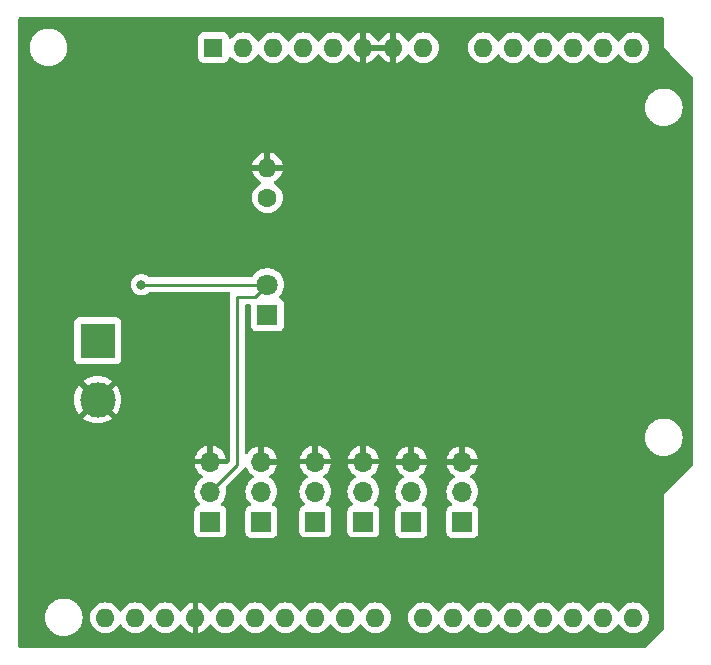
<source format=gbr>
%TF.GenerationSoftware,KiCad,Pcbnew,7.0.7*%
%TF.CreationDate,2024-01-23T09:59:48+09:00*%
%TF.ProjectId,arduino_sheild,61726475-696e-46f5-9f73-6865696c642e,rev?*%
%TF.SameCoordinates,Original*%
%TF.FileFunction,Copper,L2,Bot*%
%TF.FilePolarity,Positive*%
%FSLAX46Y46*%
G04 Gerber Fmt 4.6, Leading zero omitted, Abs format (unit mm)*
G04 Created by KiCad (PCBNEW 7.0.7) date 2024-01-23 09:59:48*
%MOMM*%
%LPD*%
G01*
G04 APERTURE LIST*
%TA.AperFunction,ComponentPad*%
%ADD10O,1.600000X1.600000*%
%TD*%
%TA.AperFunction,ComponentPad*%
%ADD11R,1.600000X1.600000*%
%TD*%
%TA.AperFunction,ComponentPad*%
%ADD12O,1.700000X1.700000*%
%TD*%
%TA.AperFunction,ComponentPad*%
%ADD13R,1.700000X1.700000*%
%TD*%
%TA.AperFunction,ComponentPad*%
%ADD14C,1.600000*%
%TD*%
%TA.AperFunction,ComponentPad*%
%ADD15R,3.000000X3.000000*%
%TD*%
%TA.AperFunction,ComponentPad*%
%ADD16C,3.000000*%
%TD*%
%TA.AperFunction,ComponentPad*%
%ADD17C,1.800000*%
%TD*%
%TA.AperFunction,ComponentPad*%
%ADD18R,1.800000X1.800000*%
%TD*%
%TA.AperFunction,ViaPad*%
%ADD19C,0.800000*%
%TD*%
%TA.AperFunction,Conductor*%
%ADD20C,0.250000*%
%TD*%
G04 APERTURE END LIST*
D10*
%TO.P,A1,32,SCL/A5*%
%TO.N,unconnected-(A1-SCL{slash}A5-Pad32)*%
X196346000Y-109982000D03*
%TO.P,A1,31,SDA/A4*%
%TO.N,unconnected-(A1-SDA{slash}A4-Pad31)*%
X198886000Y-109982000D03*
%TO.P,A1,30,AREF*%
%TO.N,unconnected-(A1-AREF-Pad30)*%
X201426000Y-109982000D03*
%TO.P,A1,29,GND*%
%TO.N,GND*%
X203966000Y-109982000D03*
%TO.P,A1,28,D13*%
%TO.N,unconnected-(A1-D13-Pad28)*%
X206506000Y-109982000D03*
%TO.P,A1,27,D12*%
%TO.N,/D12*%
X209046000Y-109982000D03*
%TO.P,A1,26,D11*%
%TO.N,/D11*%
X211586000Y-109982000D03*
%TO.P,A1,25,D10*%
%TO.N,/D10*%
X214126000Y-109982000D03*
%TO.P,A1,24,D9*%
%TO.N,/D9*%
X216666000Y-109982000D03*
%TO.P,A1,23,D8*%
%TO.N,unconnected-(A1-D8-Pad23)*%
X219206000Y-109982000D03*
%TO.P,A1,22,D7*%
%TO.N,unconnected-(A1-D7-Pad22)*%
X223266000Y-109982000D03*
%TO.P,A1,21,D6*%
%TO.N,unconnected-(A1-D6-Pad21)*%
X225806000Y-109982000D03*
%TO.P,A1,20,D5*%
%TO.N,/D5*%
X228346000Y-109982000D03*
%TO.P,A1,19,D4*%
%TO.N,unconnected-(A1-D4-Pad19)*%
X230886000Y-109982000D03*
%TO.P,A1,18,D3*%
%TO.N,/D3*%
X233426000Y-109982000D03*
%TO.P,A1,17,D2*%
%TO.N,unconnected-(A1-D2-Pad17)*%
X235966000Y-109982000D03*
%TO.P,A1,16,D1/TX*%
%TO.N,unconnected-(A1-D1{slash}TX-Pad16)*%
X238506000Y-109982000D03*
%TO.P,A1,15,D0/RX*%
%TO.N,unconnected-(A1-D0{slash}RX-Pad15)*%
X241046000Y-109982000D03*
%TO.P,A1,14,SCL/A5*%
%TO.N,unconnected-(A1-SCL{slash}A5-Pad14)*%
X241046000Y-61722000D03*
%TO.P,A1,13,SDA/A4*%
%TO.N,unconnected-(A1-SDA{slash}A4-Pad13)*%
X238506000Y-61722000D03*
%TO.P,A1,12,A3*%
%TO.N,unconnected-(A1-A3-Pad12)*%
X235966000Y-61722000D03*
%TO.P,A1,11,A2*%
%TO.N,unconnected-(A1-A2-Pad11)*%
X233426000Y-61722000D03*
%TO.P,A1,10,A1*%
%TO.N,unconnected-(A1-A1-Pad10)*%
X230886000Y-61722000D03*
%TO.P,A1,9,A0*%
%TO.N,unconnected-(A1-A0-Pad9)*%
X228346000Y-61722000D03*
%TO.P,A1,8,VIN*%
%TO.N,unconnected-(A1-VIN-Pad8)*%
X223266000Y-61722000D03*
%TO.P,A1,7,GND*%
%TO.N,GND*%
X220726000Y-61722000D03*
%TO.P,A1,6,GND*%
X218186000Y-61722000D03*
%TO.P,A1,5,+5V*%
%TO.N,unconnected-(A1-+5V-Pad5)*%
X215646000Y-61722000D03*
%TO.P,A1,4,3V3*%
%TO.N,unconnected-(A1-3V3-Pad4)*%
X213106000Y-61722000D03*
%TO.P,A1,3,~{RESET}*%
%TO.N,unconnected-(A1-~{RESET}-Pad3)*%
X210566000Y-61722000D03*
%TO.P,A1,2,IOREF*%
%TO.N,unconnected-(A1-IOREF-Pad2)*%
X208026000Y-61722000D03*
D11*
%TO.P,A1,1,NC*%
%TO.N,unconnected-(A1-NC-Pad1)*%
X205486000Y-61722000D03*
%TD*%
D12*
%TO.P,J4,3,Pin_3*%
%TO.N,GND*%
X218186000Y-96759000D03*
%TO.P,J4,2,Pin_2*%
%TO.N,+5V*%
X218186000Y-99299000D03*
D13*
%TO.P,J4,1,Pin_1*%
%TO.N,/D9*%
X218186000Y-101839000D03*
%TD*%
D12*
%TO.P,J5,3,Pin_3*%
%TO.N,GND*%
X214122000Y-96759000D03*
%TO.P,J5,2,Pin_2*%
%TO.N,+5V*%
X214122000Y-99299000D03*
D13*
%TO.P,J5,1,Pin_1*%
%TO.N,/D10*%
X214122000Y-101839000D03*
%TD*%
D10*
%TO.P,R1,2*%
%TO.N,GND*%
X210058000Y-71882000D03*
D14*
%TO.P,R1,1*%
%TO.N,Net-(D1-K)*%
X210058000Y-74422000D03*
%TD*%
D12*
%TO.P,J3,3,Pin_3*%
%TO.N,GND*%
X222250000Y-96774000D03*
%TO.P,J3,2,Pin_2*%
%TO.N,+5V*%
X222250000Y-99314000D03*
D13*
%TO.P,J3,1,Pin_1*%
%TO.N,/D5*%
X222250000Y-101854000D03*
%TD*%
D12*
%TO.P,J2,3,Pin_3*%
%TO.N,GND*%
X226568000Y-96774000D03*
%TO.P,J2,2,Pin_2*%
%TO.N,+5V*%
X226568000Y-99314000D03*
D13*
%TO.P,J2,1,Pin_1*%
%TO.N,/D3*%
X226568000Y-101854000D03*
%TD*%
%TO.P,J7,1,Pin_1*%
%TO.N,/D12*%
X205232000Y-101839000D03*
D12*
%TO.P,J7,2,Pin_2*%
%TO.N,+5V*%
X205232000Y-99299000D03*
%TO.P,J7,3,Pin_3*%
%TO.N,GND*%
X205232000Y-96759000D03*
%TD*%
D15*
%TO.P,J1,1,Pin_1*%
%TO.N,+5V*%
X195687500Y-86527500D03*
D16*
%TO.P,J1,2,Pin_2*%
%TO.N,GND*%
X195687500Y-91527500D03*
%TD*%
D17*
%TO.P,D1,2,A*%
%TO.N,+5V*%
X210058000Y-81788000D03*
D18*
%TO.P,D1,1,K*%
%TO.N,Net-(D1-K)*%
X210058000Y-84328000D03*
%TD*%
D13*
%TO.P,J6,1,Pin_1*%
%TO.N,/D11*%
X209550000Y-101854000D03*
D12*
%TO.P,J6,2,Pin_2*%
%TO.N,+5V*%
X209550000Y-99314000D03*
%TO.P,J6,3,Pin_3*%
%TO.N,GND*%
X209550000Y-96774000D03*
%TD*%
D19*
%TO.N,GND*%
X195580000Y-104140000D03*
X195580000Y-99060000D03*
X241300000Y-83820000D03*
X241300000Y-78740000D03*
X236220000Y-101600000D03*
X236220000Y-96520000D03*
X231140000Y-88900000D03*
X226060000Y-88900000D03*
X220980000Y-88900000D03*
X195580000Y-76200000D03*
X195580000Y-71120000D03*
X233680000Y-76200000D03*
X228600000Y-76200000D03*
X223520000Y-76200000D03*
X233680000Y-71120000D03*
X228600000Y-71120000D03*
X223520000Y-71120000D03*
%TO.N,+5V*%
X199390000Y-81788000D03*
%TD*%
D20*
%TO.N,+5V*%
X199390000Y-81788000D02*
X210058000Y-81788000D01*
X207518000Y-82804000D02*
X209042000Y-82804000D01*
X207518000Y-97013000D02*
X207518000Y-82804000D01*
X209042000Y-82804000D02*
X210058000Y-81788000D01*
X205232000Y-99299000D02*
X207518000Y-97013000D01*
%TD*%
%TA.AperFunction,Conductor*%
%TO.N,GND*%
G36*
X220179692Y-61491685D02*
G01*
X220225447Y-61544489D01*
X220235391Y-61613647D01*
X220231631Y-61630933D01*
X220226000Y-61650111D01*
X220226000Y-61793889D01*
X220227418Y-61798718D01*
X220231631Y-61813067D01*
X220231630Y-61882936D01*
X220193855Y-61941714D01*
X220130299Y-61970738D01*
X220112653Y-61972000D01*
X218799347Y-61972000D01*
X218732308Y-61952315D01*
X218686553Y-61899511D01*
X218676609Y-61830353D01*
X218680369Y-61813067D01*
X218684582Y-61798718D01*
X218686000Y-61793889D01*
X218686000Y-61650111D01*
X218680368Y-61630933D01*
X218680370Y-61561064D01*
X218718145Y-61502286D01*
X218781701Y-61473262D01*
X218799347Y-61472000D01*
X220112653Y-61472000D01*
X220179692Y-61491685D01*
G37*
%TD.AperFunction*%
%TA.AperFunction,Conductor*%
G36*
X243558538Y-59163712D02*
G01*
X243604293Y-59216516D01*
X243615498Y-59268026D01*
X243615498Y-60471879D01*
X243615498Y-61674524D01*
X243615457Y-61683524D01*
X243615528Y-61683697D01*
X243615613Y-61683907D01*
X243617976Y-61686268D01*
X244183378Y-62265348D01*
X246060222Y-64187599D01*
X246092972Y-64249317D01*
X246095499Y-64274225D01*
X246095499Y-96938827D01*
X246075814Y-97005866D01*
X246060222Y-97025454D01*
X243618593Y-99526152D01*
X243615615Y-99529142D01*
X243615596Y-99529190D01*
X243615602Y-99529178D01*
X243615537Y-99529334D01*
X243615456Y-99529531D01*
X243615499Y-99532925D01*
X243615499Y-110905638D01*
X243595814Y-110972677D01*
X243579180Y-110993319D01*
X242087318Y-112485181D01*
X242025995Y-112518666D01*
X241999637Y-112521500D01*
X189100499Y-112521500D01*
X189033460Y-112501815D01*
X188987705Y-112449011D01*
X188976499Y-112397500D01*
X188976499Y-109943526D01*
X191223089Y-109943526D01*
X191230755Y-110040935D01*
X191230946Y-110045801D01*
X191230946Y-110058718D01*
X191229746Y-110062801D01*
X191230431Y-110071498D01*
X191232441Y-110077720D01*
X191234460Y-110090467D01*
X191235032Y-110095300D01*
X191240373Y-110163154D01*
X191242700Y-110192713D01*
X191242701Y-110192716D01*
X191242701Y-110192717D01*
X191265509Y-110287721D01*
X191266456Y-110292482D01*
X191268480Y-110305253D01*
X191267934Y-110309476D01*
X191269968Y-110317950D01*
X191272924Y-110323775D01*
X191276921Y-110336075D01*
X191278243Y-110340762D01*
X191301052Y-110435765D01*
X191301053Y-110435768D01*
X191320204Y-110482000D01*
X191338159Y-110525348D01*
X191338440Y-110526025D01*
X191340125Y-110530593D01*
X191344117Y-110542879D01*
X191344238Y-110547132D01*
X191347583Y-110555206D01*
X191351419Y-110560505D01*
X191357281Y-110572011D01*
X191359317Y-110576429D01*
X191396705Y-110666693D01*
X191447749Y-110749987D01*
X191450131Y-110754240D01*
X191456003Y-110765766D01*
X191456787Y-110769944D01*
X191461342Y-110777378D01*
X191465961Y-110782012D01*
X191473555Y-110792466D01*
X191476259Y-110796512D01*
X191527304Y-110879811D01*
X191527305Y-110879812D01*
X191590748Y-110954096D01*
X191593762Y-110957918D01*
X191601371Y-110968391D01*
X191602800Y-110972397D01*
X191608462Y-110979026D01*
X191613742Y-110982875D01*
X191622890Y-110992022D01*
X191626195Y-110995598D01*
X191626196Y-110995599D01*
X191689642Y-111069884D01*
X191763925Y-111133328D01*
X191763930Y-111133332D01*
X191767506Y-111136638D01*
X191776649Y-111145781D01*
X191778687Y-111149514D01*
X191785311Y-111155171D01*
X191791124Y-111158145D01*
X191801606Y-111165761D01*
X191805403Y-111168753D01*
X191879710Y-111232218D01*
X191963013Y-111283266D01*
X191967044Y-111285959D01*
X191977514Y-111293565D01*
X191980113Y-111296936D01*
X191987544Y-111301490D01*
X191993754Y-111303519D01*
X192005292Y-111309398D01*
X192009501Y-111311754D01*
X192092833Y-111362820D01*
X192183113Y-111400215D01*
X192187506Y-111402240D01*
X192199023Y-111408108D01*
X192202117Y-111411030D01*
X192210189Y-111414373D01*
X192216637Y-111415405D01*
X192228952Y-111419407D01*
X192233480Y-111421078D01*
X192310195Y-111452854D01*
X192323768Y-111458476D01*
X192362203Y-111467702D01*
X192418780Y-111481285D01*
X192423426Y-111482596D01*
X192435743Y-111486598D01*
X192439254Y-111488999D01*
X192447729Y-111491034D01*
X192454263Y-111491044D01*
X192467067Y-111493072D01*
X192471793Y-111494013D01*
X192566813Y-111516826D01*
X192664244Y-111524493D01*
X192669043Y-111525062D01*
X192681822Y-111527086D01*
X192685665Y-111528908D01*
X192694347Y-111529591D01*
X192700808Y-111528580D01*
X192713724Y-111528580D01*
X192718590Y-111528771D01*
X192728437Y-111529545D01*
X192815999Y-111536437D01*
X192903560Y-111529545D01*
X192913408Y-111528771D01*
X192918274Y-111528580D01*
X192931189Y-111528580D01*
X192935272Y-111529779D01*
X192943957Y-111529095D01*
X192950177Y-111527086D01*
X192962969Y-111525060D01*
X192967744Y-111524494D01*
X193065185Y-111516826D01*
X193160237Y-111494005D01*
X193164920Y-111493074D01*
X193177728Y-111491045D01*
X193181946Y-111491591D01*
X193190424Y-111489555D01*
X193196251Y-111486599D01*
X193208574Y-111482595D01*
X193213214Y-111481286D01*
X193308235Y-111458474D01*
X193398533Y-111421071D01*
X193403049Y-111419405D01*
X193415347Y-111415409D01*
X193419600Y-111415288D01*
X193427671Y-111411945D01*
X193432961Y-111408115D01*
X193444503Y-111402234D01*
X193448858Y-111400225D01*
X193539165Y-111362820D01*
X193622507Y-111311747D01*
X193626691Y-111309405D01*
X193638236Y-111303522D01*
X193642413Y-111302738D01*
X193649848Y-111298182D01*
X193654474Y-111293573D01*
X193655654Y-111292714D01*
X193664964Y-111285950D01*
X193668969Y-111283275D01*
X193752288Y-111232218D01*
X193826602Y-111168746D01*
X193830374Y-111165774D01*
X193840869Y-111158148D01*
X193844872Y-111156720D01*
X193851498Y-111151061D01*
X193855346Y-111145783D01*
X193864508Y-111136621D01*
X193868047Y-111133349D01*
X193942356Y-111069884D01*
X194005821Y-110995575D01*
X194009093Y-110992036D01*
X194018254Y-110982875D01*
X194021985Y-110980838D01*
X194027648Y-110974208D01*
X194030626Y-110968388D01*
X194038243Y-110957905D01*
X194041207Y-110954143D01*
X194104690Y-110879816D01*
X194155747Y-110796497D01*
X194158422Y-110792492D01*
X194165186Y-110783182D01*
X194166045Y-110782002D01*
X194169409Y-110779408D01*
X194173964Y-110771975D01*
X194175993Y-110765766D01*
X194181877Y-110754219D01*
X194184219Y-110750035D01*
X194235292Y-110666693D01*
X194272697Y-110576386D01*
X194274706Y-110572031D01*
X194280585Y-110560493D01*
X194283504Y-110557402D01*
X194286845Y-110549337D01*
X194287879Y-110542883D01*
X194291882Y-110530562D01*
X194293538Y-110526073D01*
X194330946Y-110435763D01*
X194353758Y-110340742D01*
X194355067Y-110336102D01*
X194359070Y-110323780D01*
X194361471Y-110320270D01*
X194363504Y-110311799D01*
X194363516Y-110305262D01*
X194365548Y-110292438D01*
X194366476Y-110287770D01*
X194389298Y-110192713D01*
X194396966Y-110095272D01*
X194397532Y-110090494D01*
X194401052Y-110068273D01*
X194401052Y-110068265D01*
X194402083Y-110061757D01*
X194401286Y-110056315D01*
X194401667Y-110036895D01*
X194401843Y-110033304D01*
X194405881Y-109982001D01*
X195040532Y-109982001D01*
X195060364Y-110208686D01*
X195060366Y-110208697D01*
X195119258Y-110428488D01*
X195119261Y-110428497D01*
X195215431Y-110634732D01*
X195215432Y-110634734D01*
X195345954Y-110821141D01*
X195506858Y-110982045D01*
X195521107Y-110992022D01*
X195693266Y-111112568D01*
X195899504Y-111208739D01*
X196119308Y-111267635D01*
X196281230Y-111281801D01*
X196345998Y-111287468D01*
X196346000Y-111287468D01*
X196346002Y-111287468D01*
X196402673Y-111282509D01*
X196572692Y-111267635D01*
X196792496Y-111208739D01*
X196998734Y-111112568D01*
X197185139Y-110982047D01*
X197346047Y-110821139D01*
X197476568Y-110634734D01*
X197503619Y-110576721D01*
X197549788Y-110524286D01*
X197616981Y-110505133D01*
X197683862Y-110525348D01*
X197728380Y-110576722D01*
X197755432Y-110634734D01*
X197775931Y-110664010D01*
X197885954Y-110821141D01*
X198046858Y-110982045D01*
X198061107Y-110992022D01*
X198233266Y-111112568D01*
X198439504Y-111208739D01*
X198659308Y-111267635D01*
X198821230Y-111281801D01*
X198885998Y-111287468D01*
X198886000Y-111287468D01*
X198886002Y-111287468D01*
X198942673Y-111282509D01*
X199112692Y-111267635D01*
X199332496Y-111208739D01*
X199538734Y-111112568D01*
X199725139Y-110982047D01*
X199886047Y-110821139D01*
X200016568Y-110634734D01*
X200043619Y-110576721D01*
X200089788Y-110524286D01*
X200156981Y-110505133D01*
X200223862Y-110525348D01*
X200268380Y-110576722D01*
X200295432Y-110634734D01*
X200315931Y-110664010D01*
X200425954Y-110821141D01*
X200586858Y-110982045D01*
X200601107Y-110992022D01*
X200773266Y-111112568D01*
X200979504Y-111208739D01*
X201199308Y-111267635D01*
X201361230Y-111281801D01*
X201425998Y-111287468D01*
X201426000Y-111287468D01*
X201426002Y-111287468D01*
X201482672Y-111282509D01*
X201652692Y-111267635D01*
X201872496Y-111208739D01*
X202078734Y-111112568D01*
X202265139Y-110982047D01*
X202426047Y-110821139D01*
X202556568Y-110634734D01*
X202583895Y-110576129D01*
X202630064Y-110523695D01*
X202697257Y-110504542D01*
X202764139Y-110524757D01*
X202808657Y-110576133D01*
X202835865Y-110634482D01*
X202966342Y-110820820D01*
X203127179Y-110981657D01*
X203313517Y-111112134D01*
X203519673Y-111208265D01*
X203519682Y-111208269D01*
X203715999Y-111260872D01*
X203716000Y-111260871D01*
X203716000Y-110594301D01*
X203735685Y-110527262D01*
X203788489Y-110481507D01*
X203857647Y-110471563D01*
X203930237Y-110482000D01*
X203930238Y-110482000D01*
X204001762Y-110482000D01*
X204001763Y-110482000D01*
X204074352Y-110471563D01*
X204143510Y-110481507D01*
X204196314Y-110527261D01*
X204215999Y-110594301D01*
X204215999Y-111260871D01*
X204216000Y-111260872D01*
X204412317Y-111208269D01*
X204412326Y-111208265D01*
X204618482Y-111112134D01*
X204804820Y-110981657D01*
X204965657Y-110820820D01*
X205096132Y-110634484D01*
X205123341Y-110576134D01*
X205169513Y-110523695D01*
X205236707Y-110504542D01*
X205303588Y-110524757D01*
X205348105Y-110576132D01*
X205356578Y-110594301D01*
X205375431Y-110634732D01*
X205375432Y-110634734D01*
X205505954Y-110821141D01*
X205666858Y-110982045D01*
X205681107Y-110992022D01*
X205853266Y-111112568D01*
X206059504Y-111208739D01*
X206279308Y-111267635D01*
X206441230Y-111281801D01*
X206505998Y-111287468D01*
X206506000Y-111287468D01*
X206506002Y-111287468D01*
X206562673Y-111282509D01*
X206732692Y-111267635D01*
X206952496Y-111208739D01*
X207158734Y-111112568D01*
X207345139Y-110982047D01*
X207506047Y-110821139D01*
X207636568Y-110634734D01*
X207663618Y-110576724D01*
X207709790Y-110524285D01*
X207776983Y-110505133D01*
X207843865Y-110525348D01*
X207888382Y-110576725D01*
X207915429Y-110634728D01*
X207915432Y-110634734D01*
X208045954Y-110821141D01*
X208206858Y-110982045D01*
X208221107Y-110992022D01*
X208393266Y-111112568D01*
X208599504Y-111208739D01*
X208819308Y-111267635D01*
X208981230Y-111281801D01*
X209045998Y-111287468D01*
X209046000Y-111287468D01*
X209046002Y-111287468D01*
X209102672Y-111282509D01*
X209272692Y-111267635D01*
X209492496Y-111208739D01*
X209698734Y-111112568D01*
X209885139Y-110982047D01*
X210046047Y-110821139D01*
X210176568Y-110634734D01*
X210203618Y-110576724D01*
X210249790Y-110524285D01*
X210316983Y-110505133D01*
X210383865Y-110525348D01*
X210428382Y-110576725D01*
X210455429Y-110634728D01*
X210455432Y-110634734D01*
X210585954Y-110821141D01*
X210746858Y-110982045D01*
X210761107Y-110992022D01*
X210933266Y-111112568D01*
X211139504Y-111208739D01*
X211359308Y-111267635D01*
X211521230Y-111281801D01*
X211585998Y-111287468D01*
X211586000Y-111287468D01*
X211586002Y-111287468D01*
X211642672Y-111282509D01*
X211812692Y-111267635D01*
X212032496Y-111208739D01*
X212238734Y-111112568D01*
X212425139Y-110982047D01*
X212586047Y-110821139D01*
X212716568Y-110634734D01*
X212743618Y-110576724D01*
X212789790Y-110524285D01*
X212856983Y-110505133D01*
X212923865Y-110525348D01*
X212968382Y-110576725D01*
X212995429Y-110634728D01*
X212995432Y-110634734D01*
X213125954Y-110821141D01*
X213286858Y-110982045D01*
X213301107Y-110992022D01*
X213473266Y-111112568D01*
X213679504Y-111208739D01*
X213899308Y-111267635D01*
X214061230Y-111281801D01*
X214125998Y-111287468D01*
X214126000Y-111287468D01*
X214126002Y-111287468D01*
X214182672Y-111282509D01*
X214352692Y-111267635D01*
X214572496Y-111208739D01*
X214778734Y-111112568D01*
X214965139Y-110982047D01*
X215126047Y-110821139D01*
X215256568Y-110634734D01*
X215283618Y-110576724D01*
X215329790Y-110524285D01*
X215396983Y-110505133D01*
X215463865Y-110525348D01*
X215508382Y-110576725D01*
X215535429Y-110634728D01*
X215535432Y-110634734D01*
X215665954Y-110821141D01*
X215826858Y-110982045D01*
X215841107Y-110992022D01*
X216013266Y-111112568D01*
X216219504Y-111208739D01*
X216439308Y-111267635D01*
X216601230Y-111281801D01*
X216665998Y-111287468D01*
X216666000Y-111287468D01*
X216666002Y-111287468D01*
X216722673Y-111282509D01*
X216892692Y-111267635D01*
X217112496Y-111208739D01*
X217318734Y-111112568D01*
X217505139Y-110982047D01*
X217666047Y-110821139D01*
X217796568Y-110634734D01*
X217823618Y-110576724D01*
X217869790Y-110524285D01*
X217936983Y-110505133D01*
X218003865Y-110525348D01*
X218048382Y-110576725D01*
X218075429Y-110634728D01*
X218075432Y-110634734D01*
X218205954Y-110821141D01*
X218366858Y-110982045D01*
X218381107Y-110992022D01*
X218553266Y-111112568D01*
X218759504Y-111208739D01*
X218979308Y-111267635D01*
X219141230Y-111281801D01*
X219205998Y-111287468D01*
X219206000Y-111287468D01*
X219206002Y-111287468D01*
X219262673Y-111282509D01*
X219432692Y-111267635D01*
X219652496Y-111208739D01*
X219858734Y-111112568D01*
X220045139Y-110982047D01*
X220206047Y-110821139D01*
X220336568Y-110634734D01*
X220432739Y-110428496D01*
X220491635Y-110208692D01*
X220511468Y-109982001D01*
X221960532Y-109982001D01*
X221980364Y-110208686D01*
X221980366Y-110208697D01*
X222039258Y-110428488D01*
X222039261Y-110428497D01*
X222135431Y-110634732D01*
X222135432Y-110634734D01*
X222265954Y-110821141D01*
X222426858Y-110982045D01*
X222441107Y-110992022D01*
X222613266Y-111112568D01*
X222819504Y-111208739D01*
X223039308Y-111267635D01*
X223201230Y-111281801D01*
X223265998Y-111287468D01*
X223266000Y-111287468D01*
X223266002Y-111287468D01*
X223322672Y-111282509D01*
X223492692Y-111267635D01*
X223712496Y-111208739D01*
X223918734Y-111112568D01*
X224105139Y-110982047D01*
X224266047Y-110821139D01*
X224396568Y-110634734D01*
X224423619Y-110576721D01*
X224469788Y-110524286D01*
X224536981Y-110505133D01*
X224603862Y-110525348D01*
X224648380Y-110576722D01*
X224675432Y-110634734D01*
X224695931Y-110664010D01*
X224805954Y-110821141D01*
X224966858Y-110982045D01*
X224981107Y-110992022D01*
X225153266Y-111112568D01*
X225359504Y-111208739D01*
X225579308Y-111267635D01*
X225741230Y-111281801D01*
X225805998Y-111287468D01*
X225806000Y-111287468D01*
X225806002Y-111287468D01*
X225862672Y-111282509D01*
X226032692Y-111267635D01*
X226252496Y-111208739D01*
X226458734Y-111112568D01*
X226645139Y-110982047D01*
X226806047Y-110821139D01*
X226936568Y-110634734D01*
X226963619Y-110576721D01*
X227009788Y-110524286D01*
X227076981Y-110505133D01*
X227143862Y-110525348D01*
X227188380Y-110576722D01*
X227215432Y-110634734D01*
X227235931Y-110664010D01*
X227345954Y-110821141D01*
X227506858Y-110982045D01*
X227521107Y-110992022D01*
X227693266Y-111112568D01*
X227899504Y-111208739D01*
X228119308Y-111267635D01*
X228281230Y-111281801D01*
X228345998Y-111287468D01*
X228346000Y-111287468D01*
X228346002Y-111287468D01*
X228402673Y-111282509D01*
X228572692Y-111267635D01*
X228792496Y-111208739D01*
X228998734Y-111112568D01*
X229185139Y-110982047D01*
X229346047Y-110821139D01*
X229476568Y-110634734D01*
X229503619Y-110576721D01*
X229549788Y-110524286D01*
X229616981Y-110505133D01*
X229683862Y-110525348D01*
X229728380Y-110576722D01*
X229755432Y-110634734D01*
X229775931Y-110664010D01*
X229885954Y-110821141D01*
X230046858Y-110982045D01*
X230061107Y-110992022D01*
X230233266Y-111112568D01*
X230439504Y-111208739D01*
X230659308Y-111267635D01*
X230821230Y-111281801D01*
X230885998Y-111287468D01*
X230886000Y-111287468D01*
X230886002Y-111287468D01*
X230942673Y-111282509D01*
X231112692Y-111267635D01*
X231332496Y-111208739D01*
X231538734Y-111112568D01*
X231725139Y-110982047D01*
X231886047Y-110821139D01*
X232016568Y-110634734D01*
X232043619Y-110576721D01*
X232089788Y-110524286D01*
X232156981Y-110505133D01*
X232223862Y-110525348D01*
X232268380Y-110576722D01*
X232295432Y-110634734D01*
X232315931Y-110664010D01*
X232425954Y-110821141D01*
X232586858Y-110982045D01*
X232601107Y-110992022D01*
X232773266Y-111112568D01*
X232979504Y-111208739D01*
X233199308Y-111267635D01*
X233361230Y-111281801D01*
X233425998Y-111287468D01*
X233426000Y-111287468D01*
X233426002Y-111287468D01*
X233482672Y-111282509D01*
X233652692Y-111267635D01*
X233872496Y-111208739D01*
X234078734Y-111112568D01*
X234265139Y-110982047D01*
X234426047Y-110821139D01*
X234556568Y-110634734D01*
X234583618Y-110576724D01*
X234629790Y-110524285D01*
X234696983Y-110505133D01*
X234763865Y-110525348D01*
X234808382Y-110576725D01*
X234835429Y-110634728D01*
X234835432Y-110634734D01*
X234965954Y-110821141D01*
X235126858Y-110982045D01*
X235141107Y-110992022D01*
X235313266Y-111112568D01*
X235519504Y-111208739D01*
X235739308Y-111267635D01*
X235901230Y-111281801D01*
X235965998Y-111287468D01*
X235966000Y-111287468D01*
X235966002Y-111287468D01*
X236022672Y-111282509D01*
X236192692Y-111267635D01*
X236412496Y-111208739D01*
X236618734Y-111112568D01*
X236805139Y-110982047D01*
X236966047Y-110821139D01*
X237096568Y-110634734D01*
X237123618Y-110576724D01*
X237169790Y-110524285D01*
X237236983Y-110505133D01*
X237303865Y-110525348D01*
X237348382Y-110576725D01*
X237375429Y-110634728D01*
X237375432Y-110634734D01*
X237505954Y-110821141D01*
X237666858Y-110982045D01*
X237681107Y-110992022D01*
X237853266Y-111112568D01*
X238059504Y-111208739D01*
X238279308Y-111267635D01*
X238441230Y-111281801D01*
X238505998Y-111287468D01*
X238506000Y-111287468D01*
X238506002Y-111287468D01*
X238562673Y-111282509D01*
X238732692Y-111267635D01*
X238952496Y-111208739D01*
X239158734Y-111112568D01*
X239345139Y-110982047D01*
X239506047Y-110821139D01*
X239636568Y-110634734D01*
X239663618Y-110576724D01*
X239709790Y-110524285D01*
X239776983Y-110505133D01*
X239843865Y-110525348D01*
X239888382Y-110576725D01*
X239915429Y-110634728D01*
X239915432Y-110634734D01*
X240045954Y-110821141D01*
X240206858Y-110982045D01*
X240221107Y-110992022D01*
X240393266Y-111112568D01*
X240599504Y-111208739D01*
X240819308Y-111267635D01*
X240981230Y-111281801D01*
X241045998Y-111287468D01*
X241046000Y-111287468D01*
X241046002Y-111287468D01*
X241102672Y-111282509D01*
X241272692Y-111267635D01*
X241492496Y-111208739D01*
X241698734Y-111112568D01*
X241885139Y-110982047D01*
X242046047Y-110821139D01*
X242176568Y-110634734D01*
X242272739Y-110428496D01*
X242331635Y-110208692D01*
X242351468Y-109982000D01*
X242331635Y-109755308D01*
X242275629Y-109546289D01*
X242272741Y-109535511D01*
X242272738Y-109535502D01*
X242248019Y-109482492D01*
X242176568Y-109329266D01*
X242046047Y-109142861D01*
X242046045Y-109142858D01*
X241885141Y-108981954D01*
X241698734Y-108851432D01*
X241698732Y-108851431D01*
X241492497Y-108755261D01*
X241492488Y-108755258D01*
X241272697Y-108696366D01*
X241272693Y-108696365D01*
X241272692Y-108696365D01*
X241272691Y-108696364D01*
X241272686Y-108696364D01*
X241046002Y-108676532D01*
X241045998Y-108676532D01*
X240819313Y-108696364D01*
X240819302Y-108696366D01*
X240599511Y-108755258D01*
X240599502Y-108755261D01*
X240393267Y-108851431D01*
X240393265Y-108851432D01*
X240206858Y-108981954D01*
X240045954Y-109142858D01*
X239915432Y-109329265D01*
X239915431Y-109329267D01*
X239888382Y-109387275D01*
X239842209Y-109439714D01*
X239775016Y-109458866D01*
X239708135Y-109438650D01*
X239663618Y-109387275D01*
X239651380Y-109361031D01*
X239636568Y-109329266D01*
X239506047Y-109142861D01*
X239506045Y-109142858D01*
X239345141Y-108981954D01*
X239158734Y-108851432D01*
X239158732Y-108851431D01*
X238952497Y-108755261D01*
X238952488Y-108755258D01*
X238732697Y-108696366D01*
X238732693Y-108696365D01*
X238732692Y-108696365D01*
X238732691Y-108696364D01*
X238732686Y-108696364D01*
X238506002Y-108676532D01*
X238505998Y-108676532D01*
X238279313Y-108696364D01*
X238279302Y-108696366D01*
X238059511Y-108755258D01*
X238059502Y-108755261D01*
X237853267Y-108851431D01*
X237853265Y-108851432D01*
X237666858Y-108981954D01*
X237505954Y-109142858D01*
X237375432Y-109329265D01*
X237375431Y-109329267D01*
X237348382Y-109387275D01*
X237302209Y-109439714D01*
X237235016Y-109458866D01*
X237168135Y-109438650D01*
X237123618Y-109387275D01*
X237111380Y-109361031D01*
X237096568Y-109329266D01*
X236966047Y-109142861D01*
X236966045Y-109142858D01*
X236805141Y-108981954D01*
X236618734Y-108851432D01*
X236618732Y-108851431D01*
X236412497Y-108755261D01*
X236412488Y-108755258D01*
X236192697Y-108696366D01*
X236192693Y-108696365D01*
X236192692Y-108696365D01*
X236192691Y-108696364D01*
X236192686Y-108696364D01*
X235966002Y-108676532D01*
X235965998Y-108676532D01*
X235739313Y-108696364D01*
X235739302Y-108696366D01*
X235519511Y-108755258D01*
X235519502Y-108755261D01*
X235313267Y-108851431D01*
X235313265Y-108851432D01*
X235126858Y-108981954D01*
X234965954Y-109142858D01*
X234835432Y-109329265D01*
X234835431Y-109329267D01*
X234808382Y-109387275D01*
X234762209Y-109439714D01*
X234695016Y-109458866D01*
X234628135Y-109438650D01*
X234583618Y-109387275D01*
X234571380Y-109361031D01*
X234556568Y-109329266D01*
X234426047Y-109142861D01*
X234426045Y-109142858D01*
X234265141Y-108981954D01*
X234078734Y-108851432D01*
X234078732Y-108851431D01*
X233872497Y-108755261D01*
X233872488Y-108755258D01*
X233652697Y-108696366D01*
X233652693Y-108696365D01*
X233652692Y-108696365D01*
X233652691Y-108696364D01*
X233652686Y-108696364D01*
X233426002Y-108676532D01*
X233425998Y-108676532D01*
X233199313Y-108696364D01*
X233199302Y-108696366D01*
X232979511Y-108755258D01*
X232979502Y-108755261D01*
X232773267Y-108851431D01*
X232773265Y-108851432D01*
X232586858Y-108981954D01*
X232425954Y-109142858D01*
X232295432Y-109329265D01*
X232295430Y-109329268D01*
X232268380Y-109387277D01*
X232222207Y-109439715D01*
X232155013Y-109458866D01*
X232088132Y-109438649D01*
X232043619Y-109387277D01*
X232016568Y-109329266D01*
X232006611Y-109315045D01*
X231886045Y-109142858D01*
X231725141Y-108981954D01*
X231538734Y-108851432D01*
X231538732Y-108851431D01*
X231332497Y-108755261D01*
X231332488Y-108755258D01*
X231112697Y-108696366D01*
X231112693Y-108696365D01*
X231112692Y-108696365D01*
X231112691Y-108696364D01*
X231112686Y-108696364D01*
X230886002Y-108676532D01*
X230885998Y-108676532D01*
X230659313Y-108696364D01*
X230659302Y-108696366D01*
X230439511Y-108755258D01*
X230439502Y-108755261D01*
X230233267Y-108851431D01*
X230233265Y-108851432D01*
X230046858Y-108981954D01*
X229885954Y-109142858D01*
X229755432Y-109329265D01*
X229755430Y-109329268D01*
X229728380Y-109387277D01*
X229682207Y-109439715D01*
X229615013Y-109458866D01*
X229548132Y-109438649D01*
X229503619Y-109387277D01*
X229476568Y-109329266D01*
X229466611Y-109315045D01*
X229346045Y-109142858D01*
X229185141Y-108981954D01*
X228998734Y-108851432D01*
X228998732Y-108851431D01*
X228792497Y-108755261D01*
X228792488Y-108755258D01*
X228572697Y-108696366D01*
X228572693Y-108696365D01*
X228572692Y-108696365D01*
X228572691Y-108696364D01*
X228572686Y-108696364D01*
X228346002Y-108676532D01*
X228345998Y-108676532D01*
X228119313Y-108696364D01*
X228119302Y-108696366D01*
X227899511Y-108755258D01*
X227899502Y-108755261D01*
X227693267Y-108851431D01*
X227693265Y-108851432D01*
X227506858Y-108981954D01*
X227345954Y-109142858D01*
X227215432Y-109329265D01*
X227215431Y-109329267D01*
X227188382Y-109387275D01*
X227142209Y-109439714D01*
X227075016Y-109458866D01*
X227008135Y-109438650D01*
X226963618Y-109387275D01*
X226951380Y-109361031D01*
X226936568Y-109329266D01*
X226806047Y-109142861D01*
X226806045Y-109142858D01*
X226645141Y-108981954D01*
X226458734Y-108851432D01*
X226458732Y-108851431D01*
X226252497Y-108755261D01*
X226252488Y-108755258D01*
X226032697Y-108696366D01*
X226032693Y-108696365D01*
X226032692Y-108696365D01*
X226032691Y-108696364D01*
X226032686Y-108696364D01*
X225806002Y-108676532D01*
X225805998Y-108676532D01*
X225579313Y-108696364D01*
X225579302Y-108696366D01*
X225359511Y-108755258D01*
X225359502Y-108755261D01*
X225153267Y-108851431D01*
X225153265Y-108851432D01*
X224966858Y-108981954D01*
X224805954Y-109142858D01*
X224675432Y-109329265D01*
X224675431Y-109329267D01*
X224648382Y-109387275D01*
X224602209Y-109439714D01*
X224535016Y-109458866D01*
X224468135Y-109438650D01*
X224423618Y-109387275D01*
X224411380Y-109361031D01*
X224396568Y-109329266D01*
X224266047Y-109142861D01*
X224266045Y-109142858D01*
X224105141Y-108981954D01*
X223918734Y-108851432D01*
X223918732Y-108851431D01*
X223712497Y-108755261D01*
X223712488Y-108755258D01*
X223492697Y-108696366D01*
X223492693Y-108696365D01*
X223492692Y-108696365D01*
X223492691Y-108696364D01*
X223492686Y-108696364D01*
X223266002Y-108676532D01*
X223265998Y-108676532D01*
X223039313Y-108696364D01*
X223039302Y-108696366D01*
X222819511Y-108755258D01*
X222819502Y-108755261D01*
X222613267Y-108851431D01*
X222613265Y-108851432D01*
X222426858Y-108981954D01*
X222265954Y-109142858D01*
X222135432Y-109329265D01*
X222135431Y-109329267D01*
X222039261Y-109535502D01*
X222039258Y-109535511D01*
X221980366Y-109755302D01*
X221980364Y-109755313D01*
X221960532Y-109981998D01*
X221960532Y-109982001D01*
X220511468Y-109982001D01*
X220511468Y-109982000D01*
X220491635Y-109755308D01*
X220435629Y-109546289D01*
X220432741Y-109535511D01*
X220432738Y-109535502D01*
X220408019Y-109482492D01*
X220336568Y-109329266D01*
X220206047Y-109142861D01*
X220206045Y-109142858D01*
X220045141Y-108981954D01*
X219858734Y-108851432D01*
X219858732Y-108851431D01*
X219652497Y-108755261D01*
X219652488Y-108755258D01*
X219432697Y-108696366D01*
X219432693Y-108696365D01*
X219432692Y-108696365D01*
X219432691Y-108696364D01*
X219432686Y-108696364D01*
X219206002Y-108676532D01*
X219205998Y-108676532D01*
X218979313Y-108696364D01*
X218979302Y-108696366D01*
X218759511Y-108755258D01*
X218759502Y-108755261D01*
X218553267Y-108851431D01*
X218553265Y-108851432D01*
X218366858Y-108981954D01*
X218205954Y-109142858D01*
X218075432Y-109329265D01*
X218075431Y-109329267D01*
X218048382Y-109387275D01*
X218002209Y-109439714D01*
X217935016Y-109458866D01*
X217868135Y-109438650D01*
X217823618Y-109387275D01*
X217811380Y-109361031D01*
X217796568Y-109329266D01*
X217666047Y-109142861D01*
X217666045Y-109142858D01*
X217505141Y-108981954D01*
X217318734Y-108851432D01*
X217318732Y-108851431D01*
X217112497Y-108755261D01*
X217112488Y-108755258D01*
X216892697Y-108696366D01*
X216892693Y-108696365D01*
X216892692Y-108696365D01*
X216892691Y-108696364D01*
X216892686Y-108696364D01*
X216666002Y-108676532D01*
X216665998Y-108676532D01*
X216439313Y-108696364D01*
X216439302Y-108696366D01*
X216219511Y-108755258D01*
X216219502Y-108755261D01*
X216013267Y-108851431D01*
X216013265Y-108851432D01*
X215826858Y-108981954D01*
X215665954Y-109142858D01*
X215535432Y-109329265D01*
X215535431Y-109329267D01*
X215508382Y-109387275D01*
X215462209Y-109439714D01*
X215395016Y-109458866D01*
X215328135Y-109438650D01*
X215283618Y-109387275D01*
X215271380Y-109361031D01*
X215256568Y-109329266D01*
X215126047Y-109142861D01*
X215126045Y-109142858D01*
X214965141Y-108981954D01*
X214778734Y-108851432D01*
X214778732Y-108851431D01*
X214572497Y-108755261D01*
X214572488Y-108755258D01*
X214352697Y-108696366D01*
X214352693Y-108696365D01*
X214352692Y-108696365D01*
X214352691Y-108696364D01*
X214352686Y-108696364D01*
X214126002Y-108676532D01*
X214125998Y-108676532D01*
X213899313Y-108696364D01*
X213899302Y-108696366D01*
X213679511Y-108755258D01*
X213679502Y-108755261D01*
X213473267Y-108851431D01*
X213473265Y-108851432D01*
X213286858Y-108981954D01*
X213125954Y-109142858D01*
X212995432Y-109329265D01*
X212995431Y-109329267D01*
X212968382Y-109387275D01*
X212922209Y-109439714D01*
X212855016Y-109458866D01*
X212788135Y-109438650D01*
X212743618Y-109387275D01*
X212731380Y-109361031D01*
X212716568Y-109329266D01*
X212586047Y-109142861D01*
X212586045Y-109142858D01*
X212425141Y-108981954D01*
X212238734Y-108851432D01*
X212238732Y-108851431D01*
X212032497Y-108755261D01*
X212032488Y-108755258D01*
X211812697Y-108696366D01*
X211812693Y-108696365D01*
X211812692Y-108696365D01*
X211812691Y-108696364D01*
X211812686Y-108696364D01*
X211586002Y-108676532D01*
X211585998Y-108676532D01*
X211359313Y-108696364D01*
X211359302Y-108696366D01*
X211139511Y-108755258D01*
X211139502Y-108755261D01*
X210933267Y-108851431D01*
X210933265Y-108851432D01*
X210746858Y-108981954D01*
X210585954Y-109142858D01*
X210455432Y-109329265D01*
X210455431Y-109329267D01*
X210428382Y-109387275D01*
X210382209Y-109439714D01*
X210315016Y-109458866D01*
X210248135Y-109438650D01*
X210203618Y-109387275D01*
X210191380Y-109361031D01*
X210176568Y-109329266D01*
X210046047Y-109142861D01*
X210046045Y-109142858D01*
X209885141Y-108981954D01*
X209698734Y-108851432D01*
X209698732Y-108851431D01*
X209492497Y-108755261D01*
X209492488Y-108755258D01*
X209272697Y-108696366D01*
X209272693Y-108696365D01*
X209272692Y-108696365D01*
X209272691Y-108696364D01*
X209272686Y-108696364D01*
X209046002Y-108676532D01*
X209045998Y-108676532D01*
X208819313Y-108696364D01*
X208819302Y-108696366D01*
X208599511Y-108755258D01*
X208599502Y-108755261D01*
X208393267Y-108851431D01*
X208393265Y-108851432D01*
X208206858Y-108981954D01*
X208045954Y-109142858D01*
X207915432Y-109329265D01*
X207915431Y-109329267D01*
X207888382Y-109387275D01*
X207842209Y-109439714D01*
X207775016Y-109458866D01*
X207708135Y-109438650D01*
X207663618Y-109387275D01*
X207651380Y-109361031D01*
X207636568Y-109329266D01*
X207506047Y-109142861D01*
X207506045Y-109142858D01*
X207345141Y-108981954D01*
X207158734Y-108851432D01*
X207158732Y-108851431D01*
X206952497Y-108755261D01*
X206952488Y-108755258D01*
X206732697Y-108696366D01*
X206732693Y-108696365D01*
X206732692Y-108696365D01*
X206732691Y-108696364D01*
X206732686Y-108696364D01*
X206506002Y-108676532D01*
X206505998Y-108676532D01*
X206279313Y-108696364D01*
X206279302Y-108696366D01*
X206059511Y-108755258D01*
X206059502Y-108755261D01*
X205853267Y-108851431D01*
X205853265Y-108851432D01*
X205666858Y-108981954D01*
X205505954Y-109142858D01*
X205375434Y-109329263D01*
X205375432Y-109329266D01*
X205348383Y-109387274D01*
X205348106Y-109387867D01*
X205301933Y-109440306D01*
X205234739Y-109459457D01*
X205167858Y-109439241D01*
X205123342Y-109387865D01*
X205096135Y-109329520D01*
X205096134Y-109329518D01*
X204965657Y-109143179D01*
X204804820Y-108982342D01*
X204618482Y-108851865D01*
X204412328Y-108755734D01*
X204215999Y-108703127D01*
X204215999Y-109369698D01*
X204196314Y-109436738D01*
X204143510Y-109482492D01*
X204074353Y-109492436D01*
X204001764Y-109482000D01*
X204001763Y-109482000D01*
X203930237Y-109482000D01*
X203930233Y-109482000D01*
X203857645Y-109492436D01*
X203788487Y-109482492D01*
X203735684Y-109436736D01*
X203716000Y-109369698D01*
X203715999Y-108703127D01*
X203519671Y-108755734D01*
X203313517Y-108851865D01*
X203127179Y-108982342D01*
X202966342Y-109143179D01*
X202835867Y-109329515D01*
X202808657Y-109387867D01*
X202762484Y-109440306D01*
X202695290Y-109459457D01*
X202628409Y-109439241D01*
X202583893Y-109387865D01*
X202583617Y-109387274D01*
X202556568Y-109329266D01*
X202426047Y-109142861D01*
X202426045Y-109142858D01*
X202265141Y-108981954D01*
X202078734Y-108851432D01*
X202078732Y-108851431D01*
X201872497Y-108755261D01*
X201872488Y-108755258D01*
X201652697Y-108696366D01*
X201652693Y-108696365D01*
X201652692Y-108696365D01*
X201652691Y-108696364D01*
X201652686Y-108696364D01*
X201426002Y-108676532D01*
X201425998Y-108676532D01*
X201199313Y-108696364D01*
X201199302Y-108696366D01*
X200979511Y-108755258D01*
X200979502Y-108755261D01*
X200773267Y-108851431D01*
X200773265Y-108851432D01*
X200586858Y-108981954D01*
X200425954Y-109142858D01*
X200295432Y-109329265D01*
X200295430Y-109329268D01*
X200268380Y-109387277D01*
X200222207Y-109439715D01*
X200155013Y-109458866D01*
X200088132Y-109438649D01*
X200043619Y-109387277D01*
X200016568Y-109329266D01*
X200006611Y-109315045D01*
X199886045Y-109142858D01*
X199725141Y-108981954D01*
X199538734Y-108851432D01*
X199538732Y-108851431D01*
X199332497Y-108755261D01*
X199332488Y-108755258D01*
X199112697Y-108696366D01*
X199112693Y-108696365D01*
X199112692Y-108696365D01*
X199112691Y-108696364D01*
X199112686Y-108696364D01*
X198886002Y-108676532D01*
X198885998Y-108676532D01*
X198659313Y-108696364D01*
X198659302Y-108696366D01*
X198439511Y-108755258D01*
X198439502Y-108755261D01*
X198233267Y-108851431D01*
X198233265Y-108851432D01*
X198046858Y-108981954D01*
X197885954Y-109142858D01*
X197755432Y-109329265D01*
X197755430Y-109329268D01*
X197728380Y-109387277D01*
X197682207Y-109439715D01*
X197615013Y-109458866D01*
X197548132Y-109438649D01*
X197503619Y-109387277D01*
X197476568Y-109329266D01*
X197466611Y-109315045D01*
X197346045Y-109142858D01*
X197185141Y-108981954D01*
X196998734Y-108851432D01*
X196998732Y-108851431D01*
X196792497Y-108755261D01*
X196792488Y-108755258D01*
X196572697Y-108696366D01*
X196572693Y-108696365D01*
X196572692Y-108696365D01*
X196572691Y-108696364D01*
X196572686Y-108696364D01*
X196346002Y-108676532D01*
X196345998Y-108676532D01*
X196119313Y-108696364D01*
X196119302Y-108696366D01*
X195899511Y-108755258D01*
X195899502Y-108755261D01*
X195693267Y-108851431D01*
X195693265Y-108851432D01*
X195506858Y-108981954D01*
X195345954Y-109142858D01*
X195215432Y-109329265D01*
X195215431Y-109329267D01*
X195119261Y-109535502D01*
X195119258Y-109535511D01*
X195060366Y-109755302D01*
X195060364Y-109755313D01*
X195040532Y-109981998D01*
X195040532Y-109982001D01*
X194405881Y-109982001D01*
X194408909Y-109943527D01*
X194401843Y-109853753D01*
X194401667Y-109850155D01*
X194401286Y-109830737D01*
X194402335Y-109826887D01*
X194401052Y-109818786D01*
X194401052Y-109818781D01*
X194397533Y-109796568D01*
X194396966Y-109791775D01*
X194389298Y-109694341D01*
X194366484Y-109599316D01*
X194365544Y-109594591D01*
X194363519Y-109581808D01*
X194364065Y-109577585D01*
X194362029Y-109569105D01*
X194359070Y-109563271D01*
X194355068Y-109550954D01*
X194353753Y-109546289D01*
X194332765Y-109458866D01*
X194330948Y-109451296D01*
X194325710Y-109438650D01*
X194293549Y-109361008D01*
X194291881Y-109356489D01*
X194287876Y-109344162D01*
X194287755Y-109339914D01*
X194284416Y-109331853D01*
X194280581Y-109326553D01*
X194274712Y-109315034D01*
X194272680Y-109310625D01*
X194235292Y-109220361D01*
X194184227Y-109137031D01*
X194181873Y-109132826D01*
X194175991Y-109121283D01*
X194175207Y-109117104D01*
X194170659Y-109109682D01*
X194166037Y-109105042D01*
X194158431Y-109094572D01*
X194155738Y-109090541D01*
X194104690Y-109007238D01*
X194041241Y-108932949D01*
X194038237Y-108929140D01*
X194030618Y-108918653D01*
X194029189Y-108914649D01*
X194023536Y-108908030D01*
X194018253Y-108904177D01*
X194009110Y-108895034D01*
X194005804Y-108891458D01*
X193971988Y-108851865D01*
X193942356Y-108817170D01*
X193896539Y-108778038D01*
X193868070Y-108753723D01*
X193864494Y-108750418D01*
X193855347Y-108741270D01*
X193853308Y-108737536D01*
X193846685Y-108731879D01*
X193840863Y-108728899D01*
X193830390Y-108721290D01*
X193826568Y-108718276D01*
X193769845Y-108669831D01*
X193752288Y-108654836D01*
X193752286Y-108654834D01*
X193752284Y-108654833D01*
X193752282Y-108654832D01*
X193668987Y-108603788D01*
X193664942Y-108601086D01*
X193659210Y-108596922D01*
X193654486Y-108593490D01*
X193651885Y-108590118D01*
X193644452Y-108585563D01*
X193638238Y-108583531D01*
X193626712Y-108577659D01*
X193622465Y-108575280D01*
X193600926Y-108562081D01*
X193539165Y-108524233D01*
X193448901Y-108486845D01*
X193444483Y-108484809D01*
X193438532Y-108481777D01*
X193432976Y-108478946D01*
X193429880Y-108476023D01*
X193421808Y-108472679D01*
X193415351Y-108471645D01*
X193403065Y-108467653D01*
X193398505Y-108465971D01*
X193374516Y-108456034D01*
X193308240Y-108428581D01*
X193308237Y-108428580D01*
X193213234Y-108405771D01*
X193208547Y-108404449D01*
X193196247Y-108400452D01*
X193192737Y-108398052D01*
X193184276Y-108396021D01*
X193177736Y-108396009D01*
X193176204Y-108395766D01*
X193164959Y-108393985D01*
X193160192Y-108393037D01*
X193065189Y-108370229D01*
X193065185Y-108370228D01*
X193035626Y-108367901D01*
X192967772Y-108362560D01*
X192962939Y-108361988D01*
X192950192Y-108359969D01*
X192946347Y-108358146D01*
X192937651Y-108357462D01*
X192931191Y-108358474D01*
X192918274Y-108358474D01*
X192913408Y-108358283D01*
X192815999Y-108350617D01*
X192718590Y-108358283D01*
X192713724Y-108358474D01*
X192700805Y-108358474D01*
X192696721Y-108357274D01*
X192688039Y-108357958D01*
X192681818Y-108359967D01*
X192676406Y-108360824D01*
X192669055Y-108361988D01*
X192664225Y-108362560D01*
X192566810Y-108370228D01*
X192566808Y-108370229D01*
X192471803Y-108393038D01*
X192467028Y-108393987D01*
X192454270Y-108396008D01*
X192450049Y-108395462D01*
X192441577Y-108397495D01*
X192435752Y-108400451D01*
X192423450Y-108404449D01*
X192418761Y-108405772D01*
X192323765Y-108428579D01*
X192323751Y-108428584D01*
X192233503Y-108465966D01*
X192228933Y-108467652D01*
X192216637Y-108471646D01*
X192212389Y-108471767D01*
X192204325Y-108475107D01*
X192199025Y-108478944D01*
X192187517Y-108484807D01*
X192183097Y-108486844D01*
X192092840Y-108524230D01*
X192092838Y-108524231D01*
X192009528Y-108575282D01*
X192005280Y-108577661D01*
X191993762Y-108583529D01*
X191989582Y-108584313D01*
X191982148Y-108588869D01*
X191977514Y-108593487D01*
X191967059Y-108601082D01*
X191963013Y-108603785D01*
X191893223Y-108646555D01*
X191879710Y-108654836D01*
X191879707Y-108654837D01*
X191879706Y-108654839D01*
X191879701Y-108654842D01*
X191805428Y-108718277D01*
X191801604Y-108721292D01*
X191791129Y-108728903D01*
X191787122Y-108730332D01*
X191780500Y-108735988D01*
X191776650Y-108741269D01*
X191767501Y-108750419D01*
X191763925Y-108753724D01*
X191689641Y-108817169D01*
X191626196Y-108891453D01*
X191622891Y-108895029D01*
X191613741Y-108904178D01*
X191610008Y-108906216D01*
X191604353Y-108912836D01*
X191601375Y-108918657D01*
X191593764Y-108929132D01*
X191590749Y-108932956D01*
X191527314Y-109007229D01*
X191527311Y-109007234D01*
X191527308Y-109007238D01*
X191519027Y-109020751D01*
X191476257Y-109090541D01*
X191473554Y-109094587D01*
X191465959Y-109105042D01*
X191462588Y-109107641D01*
X191458033Y-109115075D01*
X191456003Y-109121286D01*
X191450135Y-109132805D01*
X191447754Y-109137056D01*
X191396708Y-109220356D01*
X191396702Y-109220368D01*
X191359316Y-109310625D01*
X191357279Y-109315045D01*
X191351416Y-109326553D01*
X191348493Y-109329647D01*
X191345151Y-109337715D01*
X191344118Y-109344165D01*
X191340124Y-109356461D01*
X191338438Y-109361031D01*
X191301056Y-109451279D01*
X191301051Y-109451293D01*
X191278244Y-109546289D01*
X191276921Y-109550978D01*
X191272923Y-109563280D01*
X191270524Y-109566787D01*
X191268491Y-109575257D01*
X191268480Y-109581798D01*
X191266460Y-109594553D01*
X191265510Y-109599331D01*
X191242701Y-109694336D01*
X191242700Y-109694339D01*
X191235031Y-109791759D01*
X191234459Y-109796596D01*
X191232440Y-109809341D01*
X191230618Y-109813183D01*
X191229934Y-109821872D01*
X191230946Y-109828333D01*
X191230946Y-109841252D01*
X191230755Y-109846118D01*
X191223089Y-109943526D01*
X188976499Y-109943526D01*
X188976499Y-91527501D01*
X193682391Y-91527501D01*
X193702800Y-91812862D01*
X193763609Y-92092395D01*
X193863591Y-92360458D01*
X194000691Y-92611538D01*
X194000696Y-92611546D01*
X194107382Y-92754061D01*
X194107383Y-92754062D01*
X194899167Y-91962278D01*
X194960490Y-91928793D01*
X195030181Y-91933777D01*
X195086115Y-91975649D01*
X195086311Y-91975911D01*
X195138256Y-92045685D01*
X195243723Y-92134183D01*
X195282425Y-92192354D01*
X195283533Y-92262215D01*
X195251698Y-92316853D01*
X194460936Y-93107614D01*
X194460936Y-93107615D01*
X194603460Y-93214307D01*
X194603461Y-93214308D01*
X194854542Y-93351408D01*
X194854541Y-93351408D01*
X195122604Y-93451390D01*
X195402137Y-93512199D01*
X195687499Y-93532609D01*
X195687501Y-93532609D01*
X195972862Y-93512199D01*
X196252395Y-93451390D01*
X196520458Y-93351408D01*
X196771547Y-93214303D01*
X196914061Y-93107616D01*
X196914062Y-93107615D01*
X196123375Y-92316928D01*
X196089890Y-92255605D01*
X196094874Y-92185913D01*
X196136746Y-92129980D01*
X196142898Y-92125659D01*
X196172873Y-92105945D01*
X196293188Y-91978418D01*
X196293187Y-91978418D01*
X196298145Y-91973164D01*
X196299342Y-91974293D01*
X196348129Y-91937552D01*
X196417806Y-91932366D01*
X196479226Y-91965673D01*
X197267615Y-92754062D01*
X197267616Y-92754061D01*
X197374303Y-92611547D01*
X197511408Y-92360458D01*
X197611390Y-92092395D01*
X197672199Y-91812862D01*
X197692609Y-91527501D01*
X197692609Y-91527498D01*
X197672199Y-91242137D01*
X197611390Y-90962604D01*
X197511408Y-90694541D01*
X197374308Y-90443461D01*
X197374307Y-90443460D01*
X197267615Y-90300936D01*
X197267614Y-90300936D01*
X196475831Y-91092720D01*
X196414508Y-91126205D01*
X196344816Y-91121221D01*
X196288883Y-91079349D01*
X196288791Y-91079226D01*
X196236744Y-91009315D01*
X196131273Y-90920813D01*
X196092572Y-90862644D01*
X196091464Y-90792783D01*
X196123299Y-90738145D01*
X196914062Y-89947383D01*
X196914061Y-89947382D01*
X196771546Y-89840696D01*
X196771538Y-89840691D01*
X196520457Y-89703591D01*
X196520458Y-89703591D01*
X196252395Y-89603609D01*
X195972862Y-89542800D01*
X195687501Y-89522391D01*
X195687499Y-89522391D01*
X195402137Y-89542800D01*
X195122604Y-89603609D01*
X194854541Y-89703591D01*
X194603461Y-89840691D01*
X194603453Y-89840696D01*
X194460936Y-89947382D01*
X194460936Y-89947383D01*
X195251624Y-90738071D01*
X195285109Y-90799394D01*
X195280125Y-90869086D01*
X195238253Y-90925019D01*
X195232083Y-90929352D01*
X195202127Y-90949054D01*
X195076855Y-91081835D01*
X195075663Y-91080710D01*
X195026824Y-91117462D01*
X194957146Y-91122622D01*
X194895738Y-91089291D01*
X194107383Y-90300936D01*
X194107382Y-90300936D01*
X194000696Y-90443453D01*
X194000691Y-90443461D01*
X193863591Y-90694541D01*
X193763609Y-90962604D01*
X193702800Y-91242137D01*
X193682391Y-91527498D01*
X193682391Y-91527501D01*
X188976499Y-91527501D01*
X188976499Y-88075370D01*
X193687000Y-88075370D01*
X193687001Y-88075376D01*
X193693408Y-88134983D01*
X193743702Y-88269828D01*
X193743706Y-88269835D01*
X193829952Y-88385044D01*
X193829955Y-88385047D01*
X193945164Y-88471293D01*
X193945171Y-88471297D01*
X194080017Y-88521591D01*
X194080016Y-88521591D01*
X194086944Y-88522335D01*
X194139627Y-88528000D01*
X197235372Y-88527999D01*
X197294983Y-88521591D01*
X197429831Y-88471296D01*
X197545046Y-88385046D01*
X197631296Y-88269831D01*
X197681591Y-88134983D01*
X197688000Y-88075373D01*
X197687999Y-84979628D01*
X197681591Y-84920017D01*
X197631296Y-84785169D01*
X197631295Y-84785168D01*
X197631293Y-84785164D01*
X197545047Y-84669955D01*
X197545044Y-84669952D01*
X197429835Y-84583706D01*
X197429828Y-84583702D01*
X197294982Y-84533408D01*
X197294983Y-84533408D01*
X197235383Y-84527001D01*
X197235381Y-84527000D01*
X197235373Y-84527000D01*
X197235364Y-84527000D01*
X194139629Y-84527000D01*
X194139623Y-84527001D01*
X194080016Y-84533408D01*
X193945171Y-84583702D01*
X193945164Y-84583706D01*
X193829955Y-84669952D01*
X193829952Y-84669955D01*
X193743706Y-84785164D01*
X193743702Y-84785171D01*
X193693408Y-84920017D01*
X193687001Y-84979616D01*
X193687001Y-84979623D01*
X193687000Y-84979635D01*
X193687000Y-88075370D01*
X188976499Y-88075370D01*
X188976499Y-81788000D01*
X198484540Y-81788000D01*
X198504326Y-81976256D01*
X198504327Y-81976259D01*
X198562818Y-82156277D01*
X198562821Y-82156284D01*
X198657467Y-82320216D01*
X198759185Y-82433185D01*
X198784129Y-82460888D01*
X198937265Y-82572148D01*
X198937270Y-82572151D01*
X199110192Y-82649142D01*
X199110197Y-82649144D01*
X199295354Y-82688500D01*
X199295355Y-82688500D01*
X199484644Y-82688500D01*
X199484646Y-82688500D01*
X199669803Y-82649144D01*
X199842730Y-82572151D01*
X199995871Y-82460888D01*
X199999509Y-82456848D01*
X200001600Y-82454526D01*
X200061087Y-82417879D01*
X200093748Y-82413500D01*
X206812616Y-82413500D01*
X206879655Y-82433185D01*
X206925410Y-82485989D01*
X206935354Y-82555147D01*
X206932717Y-82568352D01*
X206931803Y-82571906D01*
X206931803Y-82571908D01*
X206931741Y-82572151D01*
X206929768Y-82579832D01*
X206921870Y-82601768D01*
X206918386Y-82609172D01*
X206918384Y-82609179D01*
X206907629Y-82665562D01*
X206906779Y-82669362D01*
X206892499Y-82724983D01*
X206892499Y-82733161D01*
X206890305Y-82756378D01*
X206888773Y-82764409D01*
X206888773Y-82764412D01*
X206892378Y-82821723D01*
X206892500Y-82825596D01*
X206892500Y-96702545D01*
X206872815Y-96769584D01*
X206856181Y-96790226D01*
X206673726Y-96972681D01*
X206612403Y-97006166D01*
X206586045Y-97009000D01*
X205845347Y-97009000D01*
X205778308Y-96989315D01*
X205732553Y-96936511D01*
X205722609Y-96867353D01*
X205726369Y-96850067D01*
X205732000Y-96830888D01*
X205732000Y-96687111D01*
X205726369Y-96667933D01*
X205726370Y-96598064D01*
X205764145Y-96539286D01*
X205827701Y-96510262D01*
X205845347Y-96509000D01*
X206562636Y-96509000D01*
X206562635Y-96508999D01*
X206505432Y-96295513D01*
X206505429Y-96295507D01*
X206405600Y-96081422D01*
X206405599Y-96081420D01*
X206270113Y-95887926D01*
X206270108Y-95887920D01*
X206103082Y-95720894D01*
X205909578Y-95585399D01*
X205695492Y-95485570D01*
X205695486Y-95485567D01*
X205482000Y-95428364D01*
X205482000Y-96146698D01*
X205462315Y-96213737D01*
X205409511Y-96259492D01*
X205340355Y-96269436D01*
X205267766Y-96259000D01*
X205267763Y-96259000D01*
X205196237Y-96259000D01*
X205196233Y-96259000D01*
X205123644Y-96269436D01*
X205054486Y-96259492D01*
X205001683Y-96213736D01*
X204981999Y-96146698D01*
X204981999Y-95428364D01*
X204981998Y-95428364D01*
X204768505Y-95485570D01*
X204554422Y-95585399D01*
X204554420Y-95585400D01*
X204360926Y-95720886D01*
X204360920Y-95720891D01*
X204193891Y-95887920D01*
X204193886Y-95887926D01*
X204058400Y-96081420D01*
X204058399Y-96081422D01*
X203958570Y-96295507D01*
X203958567Y-96295513D01*
X203901364Y-96508999D01*
X203901364Y-96509000D01*
X204618653Y-96509000D01*
X204685692Y-96528685D01*
X204731447Y-96581489D01*
X204741391Y-96650647D01*
X204737631Y-96667933D01*
X204732000Y-96687111D01*
X204732000Y-96830888D01*
X204737631Y-96850067D01*
X204737630Y-96919936D01*
X204699855Y-96978714D01*
X204636299Y-97007738D01*
X204618653Y-97009000D01*
X203901364Y-97009000D01*
X203958567Y-97222486D01*
X203958570Y-97222492D01*
X204058399Y-97436578D01*
X204193894Y-97630082D01*
X204360917Y-97797105D01*
X204546595Y-97927119D01*
X204590219Y-97981696D01*
X204597412Y-98051195D01*
X204565890Y-98113549D01*
X204546595Y-98130269D01*
X204360594Y-98260508D01*
X204193505Y-98427597D01*
X204057965Y-98621169D01*
X204057964Y-98621171D01*
X203958098Y-98835335D01*
X203958094Y-98835344D01*
X203896938Y-99063586D01*
X203896936Y-99063596D01*
X203876341Y-99298999D01*
X203876341Y-99299000D01*
X203896936Y-99534403D01*
X203896938Y-99534413D01*
X203958094Y-99762655D01*
X203958096Y-99762659D01*
X203958097Y-99762663D01*
X204057965Y-99976829D01*
X204057965Y-99976830D01*
X204057967Y-99976834D01*
X204166281Y-100131521D01*
X204193501Y-100170396D01*
X204193506Y-100170402D01*
X204315430Y-100292326D01*
X204348915Y-100353649D01*
X204343931Y-100423341D01*
X204302059Y-100479274D01*
X204271083Y-100496189D01*
X204139669Y-100545203D01*
X204139664Y-100545206D01*
X204024455Y-100631452D01*
X204024452Y-100631455D01*
X203938206Y-100746664D01*
X203938202Y-100746671D01*
X203887908Y-100881517D01*
X203881501Y-100941116D01*
X203881501Y-100941123D01*
X203881500Y-100941135D01*
X203881500Y-102736870D01*
X203881501Y-102736876D01*
X203887908Y-102796483D01*
X203938202Y-102931328D01*
X203938206Y-102931335D01*
X204024452Y-103046544D01*
X204024455Y-103046547D01*
X204139664Y-103132793D01*
X204139671Y-103132797D01*
X204274517Y-103183091D01*
X204274516Y-103183091D01*
X204281444Y-103183835D01*
X204334127Y-103189500D01*
X206129872Y-103189499D01*
X206189483Y-103183091D01*
X206324331Y-103132796D01*
X206439546Y-103046546D01*
X206525796Y-102931331D01*
X206576091Y-102796483D01*
X206582500Y-102736873D01*
X206582499Y-100941128D01*
X206576091Y-100881517D01*
X206531391Y-100761671D01*
X206525797Y-100746671D01*
X206525793Y-100746664D01*
X206439547Y-100631455D01*
X206439544Y-100631452D01*
X206324335Y-100545206D01*
X206324328Y-100545202D01*
X206192917Y-100496189D01*
X206136983Y-100454318D01*
X206112566Y-100388853D01*
X206127418Y-100320580D01*
X206148563Y-100292332D01*
X206270495Y-100170401D01*
X206406035Y-99976830D01*
X206505903Y-99762663D01*
X206567063Y-99534408D01*
X206587659Y-99299000D01*
X206567063Y-99063592D01*
X206540142Y-98963125D01*
X206541806Y-98893276D01*
X206572235Y-98843353D01*
X207901787Y-97513802D01*
X207914042Y-97503986D01*
X207913859Y-97503764D01*
X207919866Y-97498792D01*
X207919877Y-97498786D01*
X207950775Y-97465882D01*
X207967227Y-97448364D01*
X207977671Y-97437918D01*
X207988120Y-97427471D01*
X207992379Y-97421978D01*
X207996152Y-97417561D01*
X208028062Y-97383582D01*
X208037713Y-97366024D01*
X208048396Y-97349761D01*
X208060673Y-97333936D01*
X208076657Y-97296994D01*
X208121345Y-97243287D01*
X208187977Y-97222264D01*
X208255397Y-97240602D01*
X208302200Y-97292480D01*
X208302842Y-97293834D01*
X208376399Y-97451578D01*
X208511894Y-97645082D01*
X208678917Y-97812105D01*
X208864595Y-97942119D01*
X208908219Y-97996696D01*
X208915412Y-98066195D01*
X208883890Y-98128549D01*
X208864595Y-98145269D01*
X208678594Y-98275508D01*
X208511505Y-98442597D01*
X208375965Y-98636169D01*
X208375964Y-98636171D01*
X208276098Y-98850335D01*
X208276094Y-98850344D01*
X208214938Y-99078586D01*
X208214936Y-99078596D01*
X208194341Y-99313999D01*
X208194341Y-99314000D01*
X208214936Y-99549403D01*
X208214938Y-99549413D01*
X208276094Y-99777655D01*
X208276096Y-99777659D01*
X208276097Y-99777663D01*
X208368970Y-99976830D01*
X208375965Y-99991830D01*
X208375967Y-99991834D01*
X208484281Y-100146521D01*
X208511501Y-100185396D01*
X208511506Y-100185402D01*
X208633430Y-100307326D01*
X208666915Y-100368649D01*
X208661931Y-100438341D01*
X208620059Y-100494274D01*
X208589083Y-100511189D01*
X208457669Y-100560203D01*
X208457664Y-100560206D01*
X208342455Y-100646452D01*
X208342452Y-100646455D01*
X208256206Y-100761664D01*
X208256202Y-100761671D01*
X208205908Y-100896517D01*
X208199501Y-100956116D01*
X208199501Y-100956123D01*
X208199500Y-100956135D01*
X208199500Y-102751870D01*
X208199501Y-102751876D01*
X208205908Y-102811483D01*
X208256202Y-102946328D01*
X208256206Y-102946335D01*
X208342452Y-103061544D01*
X208342455Y-103061547D01*
X208457664Y-103147793D01*
X208457671Y-103147797D01*
X208592517Y-103198091D01*
X208592516Y-103198091D01*
X208599444Y-103198835D01*
X208652127Y-103204500D01*
X210447872Y-103204499D01*
X210507483Y-103198091D01*
X210642331Y-103147796D01*
X210757546Y-103061546D01*
X210843796Y-102946331D01*
X210894091Y-102811483D01*
X210900500Y-102751873D01*
X210900499Y-100956128D01*
X210894091Y-100896517D01*
X210888496Y-100881517D01*
X210843797Y-100761671D01*
X210843793Y-100761664D01*
X210757547Y-100646455D01*
X210757544Y-100646452D01*
X210642335Y-100560206D01*
X210642328Y-100560202D01*
X210510917Y-100511189D01*
X210454983Y-100469318D01*
X210430566Y-100403853D01*
X210445418Y-100335580D01*
X210466563Y-100307332D01*
X210588495Y-100185401D01*
X210724035Y-99991830D01*
X210823903Y-99777663D01*
X210885063Y-99549408D01*
X210905659Y-99314000D01*
X210904347Y-99299000D01*
X212766341Y-99299000D01*
X212786936Y-99534403D01*
X212786938Y-99534413D01*
X212848094Y-99762655D01*
X212848096Y-99762659D01*
X212848097Y-99762663D01*
X212947964Y-99976829D01*
X212947965Y-99976830D01*
X212947967Y-99976834D01*
X213056281Y-100131521D01*
X213083501Y-100170396D01*
X213083506Y-100170402D01*
X213205430Y-100292326D01*
X213238915Y-100353649D01*
X213233931Y-100423341D01*
X213192059Y-100479274D01*
X213161083Y-100496189D01*
X213029669Y-100545203D01*
X213029664Y-100545206D01*
X212914455Y-100631452D01*
X212914452Y-100631455D01*
X212828206Y-100746664D01*
X212828202Y-100746671D01*
X212777908Y-100881517D01*
X212771501Y-100941116D01*
X212771501Y-100941123D01*
X212771500Y-100941135D01*
X212771500Y-102736870D01*
X212771501Y-102736876D01*
X212777908Y-102796483D01*
X212828202Y-102931328D01*
X212828206Y-102931335D01*
X212914452Y-103046544D01*
X212914455Y-103046547D01*
X213029664Y-103132793D01*
X213029671Y-103132797D01*
X213164517Y-103183091D01*
X213164516Y-103183091D01*
X213171444Y-103183835D01*
X213224127Y-103189500D01*
X215019872Y-103189499D01*
X215079483Y-103183091D01*
X215214331Y-103132796D01*
X215329546Y-103046546D01*
X215415796Y-102931331D01*
X215466091Y-102796483D01*
X215472500Y-102736873D01*
X215472499Y-100941128D01*
X215466091Y-100881517D01*
X215421391Y-100761671D01*
X215415797Y-100746671D01*
X215415793Y-100746664D01*
X215329547Y-100631455D01*
X215329544Y-100631452D01*
X215214335Y-100545206D01*
X215214328Y-100545202D01*
X215082917Y-100496189D01*
X215026983Y-100454318D01*
X215002566Y-100388853D01*
X215017418Y-100320580D01*
X215038563Y-100292332D01*
X215160495Y-100170401D01*
X215296035Y-99976830D01*
X215395903Y-99762663D01*
X215457063Y-99534408D01*
X215477659Y-99299000D01*
X216830341Y-99299000D01*
X216850936Y-99534403D01*
X216850938Y-99534413D01*
X216912094Y-99762655D01*
X216912096Y-99762659D01*
X216912097Y-99762663D01*
X217011964Y-99976830D01*
X217011965Y-99976830D01*
X217011967Y-99976834D01*
X217120281Y-100131521D01*
X217147501Y-100170396D01*
X217147506Y-100170402D01*
X217269430Y-100292326D01*
X217302915Y-100353649D01*
X217297931Y-100423341D01*
X217256059Y-100479274D01*
X217225083Y-100496189D01*
X217093669Y-100545203D01*
X217093664Y-100545206D01*
X216978455Y-100631452D01*
X216978452Y-100631455D01*
X216892206Y-100746664D01*
X216892202Y-100746671D01*
X216841908Y-100881517D01*
X216835501Y-100941116D01*
X216835501Y-100941123D01*
X216835500Y-100941135D01*
X216835500Y-102736870D01*
X216835501Y-102736876D01*
X216841908Y-102796483D01*
X216892202Y-102931328D01*
X216892206Y-102931335D01*
X216978452Y-103046544D01*
X216978455Y-103046547D01*
X217093664Y-103132793D01*
X217093671Y-103132797D01*
X217228517Y-103183091D01*
X217228516Y-103183091D01*
X217235444Y-103183835D01*
X217288127Y-103189500D01*
X219083872Y-103189499D01*
X219143483Y-103183091D01*
X219278331Y-103132796D01*
X219393546Y-103046546D01*
X219479796Y-102931331D01*
X219530091Y-102796483D01*
X219536500Y-102736873D01*
X219536499Y-100941128D01*
X219530091Y-100881517D01*
X219485391Y-100761671D01*
X219479797Y-100746671D01*
X219479793Y-100746664D01*
X219393547Y-100631455D01*
X219393544Y-100631452D01*
X219278335Y-100545206D01*
X219278328Y-100545202D01*
X219146917Y-100496189D01*
X219090983Y-100454318D01*
X219066566Y-100388853D01*
X219081418Y-100320580D01*
X219102563Y-100292332D01*
X219224495Y-100170401D01*
X219360035Y-99976830D01*
X219459903Y-99762663D01*
X219521063Y-99534408D01*
X219540347Y-99314000D01*
X220894341Y-99314000D01*
X220914936Y-99549403D01*
X220914938Y-99549413D01*
X220976094Y-99777655D01*
X220976096Y-99777659D01*
X220976097Y-99777663D01*
X221068970Y-99976830D01*
X221075965Y-99991830D01*
X221075967Y-99991834D01*
X221184281Y-100146521D01*
X221211501Y-100185396D01*
X221211506Y-100185402D01*
X221333430Y-100307326D01*
X221366915Y-100368649D01*
X221361931Y-100438341D01*
X221320059Y-100494274D01*
X221289083Y-100511189D01*
X221157669Y-100560203D01*
X221157664Y-100560206D01*
X221042455Y-100646452D01*
X221042452Y-100646455D01*
X220956206Y-100761664D01*
X220956202Y-100761671D01*
X220905908Y-100896517D01*
X220899501Y-100956116D01*
X220899501Y-100956123D01*
X220899500Y-100956135D01*
X220899500Y-102751870D01*
X220899501Y-102751876D01*
X220905908Y-102811483D01*
X220956202Y-102946328D01*
X220956206Y-102946335D01*
X221042452Y-103061544D01*
X221042455Y-103061547D01*
X221157664Y-103147793D01*
X221157671Y-103147797D01*
X221292517Y-103198091D01*
X221292516Y-103198091D01*
X221299444Y-103198835D01*
X221352127Y-103204500D01*
X223147872Y-103204499D01*
X223207483Y-103198091D01*
X223342331Y-103147796D01*
X223457546Y-103061546D01*
X223543796Y-102946331D01*
X223594091Y-102811483D01*
X223600500Y-102751873D01*
X223600499Y-100956128D01*
X223594091Y-100896517D01*
X223588496Y-100881517D01*
X223543797Y-100761671D01*
X223543793Y-100761664D01*
X223457547Y-100646455D01*
X223457544Y-100646452D01*
X223342335Y-100560206D01*
X223342328Y-100560202D01*
X223210917Y-100511189D01*
X223154983Y-100469318D01*
X223130566Y-100403853D01*
X223145418Y-100335580D01*
X223166563Y-100307332D01*
X223288495Y-100185401D01*
X223424035Y-99991830D01*
X223523903Y-99777663D01*
X223585063Y-99549408D01*
X223605659Y-99314000D01*
X225212341Y-99314000D01*
X225232936Y-99549403D01*
X225232938Y-99549413D01*
X225294094Y-99777655D01*
X225294096Y-99777659D01*
X225294097Y-99777663D01*
X225386970Y-99976830D01*
X225393965Y-99991830D01*
X225393967Y-99991834D01*
X225502281Y-100146521D01*
X225529501Y-100185396D01*
X225529506Y-100185402D01*
X225651430Y-100307326D01*
X225684915Y-100368649D01*
X225679931Y-100438341D01*
X225638059Y-100494274D01*
X225607083Y-100511189D01*
X225475669Y-100560203D01*
X225475664Y-100560206D01*
X225360455Y-100646452D01*
X225360452Y-100646455D01*
X225274206Y-100761664D01*
X225274202Y-100761671D01*
X225223908Y-100896517D01*
X225217501Y-100956116D01*
X225217501Y-100956123D01*
X225217500Y-100956135D01*
X225217500Y-102751870D01*
X225217501Y-102751876D01*
X225223908Y-102811483D01*
X225274202Y-102946328D01*
X225274206Y-102946335D01*
X225360452Y-103061544D01*
X225360455Y-103061547D01*
X225475664Y-103147793D01*
X225475671Y-103147797D01*
X225610517Y-103198091D01*
X225610516Y-103198091D01*
X225617444Y-103198835D01*
X225670127Y-103204500D01*
X227465872Y-103204499D01*
X227525483Y-103198091D01*
X227660331Y-103147796D01*
X227775546Y-103061546D01*
X227861796Y-102946331D01*
X227912091Y-102811483D01*
X227918500Y-102751873D01*
X227918499Y-100956128D01*
X227912091Y-100896517D01*
X227906496Y-100881517D01*
X227861797Y-100761671D01*
X227861793Y-100761664D01*
X227775547Y-100646455D01*
X227775544Y-100646452D01*
X227660335Y-100560206D01*
X227660328Y-100560202D01*
X227528917Y-100511189D01*
X227472983Y-100469318D01*
X227448566Y-100403853D01*
X227463418Y-100335580D01*
X227484563Y-100307332D01*
X227606495Y-100185401D01*
X227742035Y-99991830D01*
X227841903Y-99777663D01*
X227903063Y-99549408D01*
X227923659Y-99314000D01*
X227903063Y-99078592D01*
X227841903Y-98850337D01*
X227742035Y-98636171D01*
X227606495Y-98442599D01*
X227606494Y-98442597D01*
X227439402Y-98275506D01*
X227439401Y-98275505D01*
X227253405Y-98145269D01*
X227209781Y-98090692D01*
X227202588Y-98021193D01*
X227234110Y-97958839D01*
X227253405Y-97942119D01*
X227439082Y-97812105D01*
X227606105Y-97645082D01*
X227741600Y-97451578D01*
X227841429Y-97237492D01*
X227841432Y-97237486D01*
X227898636Y-97024000D01*
X227181347Y-97024000D01*
X227114308Y-97004315D01*
X227068553Y-96951511D01*
X227058609Y-96882353D01*
X227062369Y-96865067D01*
X227068000Y-96845888D01*
X227068000Y-96702111D01*
X227062369Y-96682933D01*
X227062370Y-96613064D01*
X227100145Y-96554286D01*
X227163701Y-96525262D01*
X227181347Y-96524000D01*
X227898636Y-96524000D01*
X227898635Y-96523999D01*
X227841432Y-96310513D01*
X227841429Y-96310507D01*
X227741600Y-96096422D01*
X227741599Y-96096420D01*
X227606113Y-95902926D01*
X227606108Y-95902920D01*
X227439082Y-95735894D01*
X227245578Y-95600399D01*
X227031492Y-95500570D01*
X227031486Y-95500567D01*
X226818000Y-95443364D01*
X226818000Y-96161698D01*
X226798315Y-96228737D01*
X226745511Y-96274492D01*
X226676355Y-96284436D01*
X226603766Y-96274000D01*
X226603763Y-96274000D01*
X226532237Y-96274000D01*
X226532233Y-96274000D01*
X226459645Y-96284436D01*
X226390487Y-96274492D01*
X226337684Y-96228736D01*
X226318000Y-96161698D01*
X226318000Y-95443364D01*
X226317999Y-95443364D01*
X226104513Y-95500567D01*
X226104507Y-95500570D01*
X225890422Y-95600399D01*
X225890420Y-95600400D01*
X225696926Y-95735886D01*
X225696920Y-95735891D01*
X225529891Y-95902920D01*
X225529886Y-95902926D01*
X225394400Y-96096420D01*
X225394399Y-96096422D01*
X225294570Y-96310507D01*
X225294567Y-96310513D01*
X225237364Y-96523999D01*
X225237364Y-96524000D01*
X225954653Y-96524000D01*
X226021692Y-96543685D01*
X226067447Y-96596489D01*
X226077391Y-96665647D01*
X226073631Y-96682933D01*
X226068000Y-96702111D01*
X226068000Y-96845888D01*
X226073631Y-96865067D01*
X226073630Y-96934936D01*
X226035855Y-96993714D01*
X225972299Y-97022738D01*
X225954653Y-97024000D01*
X225237364Y-97024000D01*
X225294567Y-97237486D01*
X225294570Y-97237492D01*
X225394399Y-97451578D01*
X225529894Y-97645082D01*
X225696917Y-97812105D01*
X225882595Y-97942119D01*
X225926219Y-97996696D01*
X225933412Y-98066195D01*
X225901890Y-98128549D01*
X225882595Y-98145269D01*
X225696594Y-98275508D01*
X225529505Y-98442597D01*
X225393965Y-98636169D01*
X225393964Y-98636171D01*
X225294098Y-98850335D01*
X225294094Y-98850344D01*
X225232938Y-99078586D01*
X225232936Y-99078596D01*
X225212341Y-99313999D01*
X225212341Y-99314000D01*
X223605659Y-99314000D01*
X223585063Y-99078592D01*
X223523903Y-98850337D01*
X223424035Y-98636171D01*
X223288495Y-98442599D01*
X223288494Y-98442597D01*
X223121402Y-98275506D01*
X223121401Y-98275505D01*
X222935405Y-98145269D01*
X222891781Y-98090692D01*
X222884588Y-98021193D01*
X222916110Y-97958839D01*
X222935405Y-97942119D01*
X223121082Y-97812105D01*
X223288105Y-97645082D01*
X223423600Y-97451578D01*
X223523429Y-97237492D01*
X223523432Y-97237486D01*
X223580636Y-97024000D01*
X222863347Y-97024000D01*
X222796308Y-97004315D01*
X222750553Y-96951511D01*
X222740609Y-96882353D01*
X222744369Y-96865067D01*
X222750000Y-96845888D01*
X222750000Y-96702111D01*
X222744369Y-96682933D01*
X222744370Y-96613064D01*
X222782145Y-96554286D01*
X222845701Y-96525262D01*
X222863347Y-96524000D01*
X223580636Y-96524000D01*
X223580635Y-96523999D01*
X223523432Y-96310513D01*
X223523429Y-96310507D01*
X223423600Y-96096422D01*
X223423599Y-96096420D01*
X223288113Y-95902926D01*
X223288108Y-95902920D01*
X223121082Y-95735894D01*
X222927578Y-95600399D01*
X222713492Y-95500570D01*
X222713486Y-95500567D01*
X222500000Y-95443364D01*
X222500000Y-96161698D01*
X222480315Y-96228737D01*
X222427511Y-96274492D01*
X222358355Y-96284436D01*
X222285766Y-96274000D01*
X222285763Y-96274000D01*
X222214237Y-96274000D01*
X222214233Y-96274000D01*
X222141645Y-96284436D01*
X222072487Y-96274492D01*
X222019684Y-96228736D01*
X222000000Y-96161698D01*
X222000000Y-95443364D01*
X221999999Y-95443364D01*
X221786513Y-95500567D01*
X221786507Y-95500570D01*
X221572422Y-95600399D01*
X221572420Y-95600400D01*
X221378926Y-95735886D01*
X221378920Y-95735891D01*
X221211891Y-95902920D01*
X221211886Y-95902926D01*
X221076400Y-96096420D01*
X221076399Y-96096422D01*
X220976570Y-96310507D01*
X220976567Y-96310513D01*
X220919364Y-96523999D01*
X220919364Y-96524000D01*
X221636653Y-96524000D01*
X221703692Y-96543685D01*
X221749447Y-96596489D01*
X221759391Y-96665647D01*
X221755631Y-96682933D01*
X221750000Y-96702111D01*
X221750000Y-96845888D01*
X221755631Y-96865067D01*
X221755630Y-96934936D01*
X221717855Y-96993714D01*
X221654299Y-97022738D01*
X221636653Y-97024000D01*
X220919364Y-97024000D01*
X220976567Y-97237486D01*
X220976570Y-97237492D01*
X221076399Y-97451578D01*
X221211894Y-97645082D01*
X221378917Y-97812105D01*
X221564595Y-97942119D01*
X221608219Y-97996696D01*
X221615412Y-98066195D01*
X221583890Y-98128549D01*
X221564595Y-98145269D01*
X221378594Y-98275508D01*
X221211505Y-98442597D01*
X221075965Y-98636169D01*
X221075964Y-98636171D01*
X220976098Y-98850335D01*
X220976094Y-98850344D01*
X220914938Y-99078586D01*
X220914936Y-99078596D01*
X220894341Y-99313999D01*
X220894341Y-99314000D01*
X219540347Y-99314000D01*
X219541659Y-99299000D01*
X219521063Y-99063592D01*
X219459903Y-98835337D01*
X219360035Y-98621171D01*
X219224495Y-98427599D01*
X219224494Y-98427597D01*
X219057402Y-98260506D01*
X219057401Y-98260505D01*
X218871405Y-98130269D01*
X218827781Y-98075692D01*
X218820588Y-98006193D01*
X218852110Y-97943839D01*
X218871405Y-97927119D01*
X219057082Y-97797105D01*
X219224105Y-97630082D01*
X219359600Y-97436578D01*
X219459429Y-97222492D01*
X219459432Y-97222486D01*
X219516636Y-97009000D01*
X218799347Y-97009000D01*
X218732308Y-96989315D01*
X218686553Y-96936511D01*
X218676609Y-96867353D01*
X218680369Y-96850067D01*
X218686000Y-96830888D01*
X218686000Y-96687111D01*
X218680369Y-96667933D01*
X218680370Y-96598064D01*
X218718145Y-96539286D01*
X218781701Y-96510262D01*
X218799347Y-96509000D01*
X219516636Y-96509000D01*
X219516635Y-96508999D01*
X219459432Y-96295513D01*
X219459429Y-96295507D01*
X219359600Y-96081422D01*
X219359599Y-96081420D01*
X219224113Y-95887926D01*
X219224108Y-95887920D01*
X219057082Y-95720894D01*
X218863578Y-95585399D01*
X218649492Y-95485570D01*
X218649486Y-95485567D01*
X218436000Y-95428364D01*
X218436000Y-96146698D01*
X218416315Y-96213737D01*
X218363511Y-96259492D01*
X218294355Y-96269436D01*
X218221766Y-96259000D01*
X218221763Y-96259000D01*
X218150237Y-96259000D01*
X218150233Y-96259000D01*
X218077645Y-96269436D01*
X218008487Y-96259492D01*
X217955684Y-96213736D01*
X217936000Y-96146698D01*
X217936000Y-95428364D01*
X217935999Y-95428364D01*
X217722513Y-95485567D01*
X217722507Y-95485570D01*
X217508422Y-95585399D01*
X217508420Y-95585400D01*
X217314926Y-95720886D01*
X217314920Y-95720891D01*
X217147891Y-95887920D01*
X217147886Y-95887926D01*
X217012400Y-96081420D01*
X217012399Y-96081422D01*
X216912570Y-96295507D01*
X216912567Y-96295513D01*
X216855364Y-96508999D01*
X216855364Y-96509000D01*
X217572653Y-96509000D01*
X217639692Y-96528685D01*
X217685447Y-96581489D01*
X217695391Y-96650647D01*
X217691631Y-96667933D01*
X217686000Y-96687111D01*
X217686000Y-96830888D01*
X217691631Y-96850067D01*
X217691630Y-96919936D01*
X217653855Y-96978714D01*
X217590299Y-97007738D01*
X217572653Y-97009000D01*
X216855364Y-97009000D01*
X216912567Y-97222486D01*
X216912570Y-97222492D01*
X217012399Y-97436578D01*
X217147894Y-97630082D01*
X217314917Y-97797105D01*
X217500595Y-97927119D01*
X217544219Y-97981696D01*
X217551412Y-98051195D01*
X217519890Y-98113549D01*
X217500595Y-98130269D01*
X217314594Y-98260508D01*
X217147505Y-98427597D01*
X217011965Y-98621169D01*
X217011964Y-98621171D01*
X216912098Y-98835335D01*
X216912094Y-98835344D01*
X216850938Y-99063586D01*
X216850936Y-99063596D01*
X216830341Y-99298999D01*
X216830341Y-99299000D01*
X215477659Y-99299000D01*
X215457063Y-99063592D01*
X215395903Y-98835337D01*
X215296035Y-98621171D01*
X215160495Y-98427599D01*
X215160494Y-98427597D01*
X214993402Y-98260506D01*
X214993401Y-98260505D01*
X214807405Y-98130269D01*
X214763781Y-98075692D01*
X214756588Y-98006193D01*
X214788110Y-97943839D01*
X214807405Y-97927119D01*
X214993082Y-97797105D01*
X215160105Y-97630082D01*
X215295600Y-97436578D01*
X215395429Y-97222492D01*
X215395432Y-97222486D01*
X215452636Y-97009000D01*
X214735347Y-97009000D01*
X214668308Y-96989315D01*
X214622553Y-96936511D01*
X214612609Y-96867353D01*
X214616369Y-96850067D01*
X214622000Y-96830888D01*
X214622000Y-96687111D01*
X214616369Y-96667933D01*
X214616370Y-96598064D01*
X214654145Y-96539286D01*
X214717701Y-96510262D01*
X214735347Y-96509000D01*
X215452636Y-96509000D01*
X215452635Y-96508999D01*
X215395432Y-96295513D01*
X215395429Y-96295507D01*
X215295600Y-96081422D01*
X215295599Y-96081420D01*
X215160113Y-95887926D01*
X215160108Y-95887920D01*
X214993082Y-95720894D01*
X214799578Y-95585399D01*
X214585492Y-95485570D01*
X214585486Y-95485567D01*
X214372000Y-95428364D01*
X214372000Y-96146698D01*
X214352315Y-96213737D01*
X214299511Y-96259492D01*
X214230355Y-96269436D01*
X214157766Y-96259000D01*
X214157763Y-96259000D01*
X214086237Y-96259000D01*
X214086233Y-96259000D01*
X214013645Y-96269436D01*
X213944487Y-96259492D01*
X213891684Y-96213736D01*
X213872000Y-96146698D01*
X213872000Y-95428364D01*
X213871999Y-95428364D01*
X213658513Y-95485567D01*
X213658507Y-95485570D01*
X213444422Y-95585399D01*
X213444420Y-95585400D01*
X213250926Y-95720886D01*
X213250920Y-95720891D01*
X213083891Y-95887920D01*
X213083886Y-95887926D01*
X212948400Y-96081420D01*
X212948399Y-96081422D01*
X212848570Y-96295507D01*
X212848567Y-96295513D01*
X212791364Y-96508999D01*
X212791364Y-96509000D01*
X213508653Y-96509000D01*
X213575692Y-96528685D01*
X213621447Y-96581489D01*
X213631391Y-96650647D01*
X213627631Y-96667933D01*
X213622000Y-96687111D01*
X213622000Y-96830888D01*
X213627631Y-96850067D01*
X213627630Y-96919936D01*
X213589855Y-96978714D01*
X213526299Y-97007738D01*
X213508653Y-97009000D01*
X212791364Y-97009000D01*
X212848567Y-97222486D01*
X212848570Y-97222492D01*
X212948399Y-97436578D01*
X213083894Y-97630082D01*
X213250917Y-97797105D01*
X213436595Y-97927119D01*
X213480219Y-97981696D01*
X213487412Y-98051195D01*
X213455890Y-98113549D01*
X213436595Y-98130269D01*
X213250594Y-98260508D01*
X213083505Y-98427597D01*
X212947965Y-98621169D01*
X212947964Y-98621171D01*
X212848098Y-98835335D01*
X212848094Y-98835344D01*
X212786938Y-99063586D01*
X212786936Y-99063596D01*
X212766341Y-99298999D01*
X212766341Y-99299000D01*
X210904347Y-99299000D01*
X210885063Y-99078592D01*
X210823903Y-98850337D01*
X210724035Y-98636171D01*
X210588495Y-98442599D01*
X210588494Y-98442597D01*
X210421402Y-98275506D01*
X210421401Y-98275505D01*
X210235405Y-98145269D01*
X210191781Y-98090692D01*
X210184588Y-98021193D01*
X210216110Y-97958839D01*
X210235405Y-97942119D01*
X210421082Y-97812105D01*
X210588105Y-97645082D01*
X210723600Y-97451578D01*
X210823429Y-97237492D01*
X210823432Y-97237486D01*
X210880636Y-97024000D01*
X210163347Y-97024000D01*
X210096308Y-97004315D01*
X210050553Y-96951511D01*
X210040609Y-96882353D01*
X210044369Y-96865067D01*
X210050000Y-96845888D01*
X210050000Y-96702111D01*
X210044369Y-96682933D01*
X210044370Y-96613064D01*
X210082145Y-96554286D01*
X210145701Y-96525262D01*
X210163347Y-96524000D01*
X210880636Y-96524000D01*
X210880635Y-96523999D01*
X210823432Y-96310513D01*
X210823429Y-96310507D01*
X210723600Y-96096422D01*
X210723599Y-96096420D01*
X210588113Y-95902926D01*
X210588108Y-95902920D01*
X210421082Y-95735894D01*
X210227578Y-95600399D01*
X210013492Y-95500570D01*
X210013486Y-95500567D01*
X209799999Y-95443364D01*
X209799999Y-96161698D01*
X209780314Y-96228737D01*
X209727510Y-96274492D01*
X209658353Y-96284436D01*
X209585764Y-96274000D01*
X209585763Y-96274000D01*
X209514237Y-96274000D01*
X209514233Y-96274000D01*
X209441645Y-96284436D01*
X209372487Y-96274492D01*
X209319684Y-96228736D01*
X209300000Y-96161698D01*
X209300000Y-95443364D01*
X209299999Y-95443364D01*
X209086513Y-95500567D01*
X209086507Y-95500570D01*
X208872422Y-95600399D01*
X208872420Y-95600400D01*
X208678926Y-95735886D01*
X208678920Y-95735891D01*
X208511891Y-95902920D01*
X208511886Y-95902926D01*
X208376400Y-96096420D01*
X208374886Y-96099044D01*
X208373916Y-96099968D01*
X208373295Y-96100856D01*
X208373116Y-96100731D01*
X208324318Y-96147258D01*
X208255711Y-96160480D01*
X208190847Y-96134511D01*
X208150319Y-96077597D01*
X208143500Y-96037042D01*
X208143500Y-94703526D01*
X242023089Y-94703526D01*
X242030754Y-94800922D01*
X242030945Y-94805788D01*
X242030945Y-94818718D01*
X242029746Y-94822799D01*
X242030430Y-94831494D01*
X242032442Y-94837722D01*
X242034460Y-94850471D01*
X242035032Y-94855302D01*
X242040525Y-94925081D01*
X242042700Y-94952713D01*
X242042701Y-94952716D01*
X242042701Y-94952717D01*
X242065509Y-95047721D01*
X242066456Y-95052482D01*
X242068480Y-95065253D01*
X242067934Y-95069476D01*
X242069968Y-95077950D01*
X242072924Y-95083775D01*
X242076921Y-95096075D01*
X242078243Y-95100762D01*
X242101052Y-95195765D01*
X242101053Y-95195768D01*
X242138440Y-95286025D01*
X242140125Y-95290593D01*
X242144117Y-95302879D01*
X242144238Y-95307132D01*
X242147583Y-95315206D01*
X242151419Y-95320505D01*
X242157281Y-95332011D01*
X242159317Y-95336429D01*
X242196705Y-95426693D01*
X242247749Y-95509987D01*
X242250131Y-95514240D01*
X242256003Y-95525766D01*
X242256787Y-95529944D01*
X242261342Y-95537378D01*
X242265961Y-95542012D01*
X242273555Y-95552466D01*
X242276259Y-95556512D01*
X242327304Y-95639811D01*
X242327305Y-95639812D01*
X242390748Y-95714096D01*
X242393762Y-95717918D01*
X242401371Y-95728391D01*
X242402800Y-95732397D01*
X242408462Y-95739026D01*
X242413742Y-95742875D01*
X242422890Y-95752022D01*
X242426195Y-95755598D01*
X242426196Y-95755599D01*
X242489642Y-95829884D01*
X242557593Y-95887920D01*
X242563930Y-95893332D01*
X242567506Y-95896638D01*
X242576649Y-95905781D01*
X242578687Y-95909514D01*
X242585311Y-95915171D01*
X242591124Y-95918145D01*
X242601606Y-95925761D01*
X242605403Y-95928753D01*
X242679710Y-95992218D01*
X242763013Y-96043266D01*
X242767044Y-96045959D01*
X242777514Y-96053565D01*
X242780113Y-96056936D01*
X242787544Y-96061490D01*
X242793754Y-96063519D01*
X242805292Y-96069398D01*
X242809501Y-96071754D01*
X242892833Y-96122820D01*
X242983113Y-96160215D01*
X242987506Y-96162240D01*
X242999023Y-96168108D01*
X243002117Y-96171030D01*
X243010189Y-96174373D01*
X243016637Y-96175405D01*
X243028952Y-96179407D01*
X243033480Y-96181078D01*
X243112327Y-96213737D01*
X243123768Y-96218476D01*
X243162203Y-96227702D01*
X243218780Y-96241285D01*
X243223426Y-96242596D01*
X243235743Y-96246598D01*
X243239254Y-96248999D01*
X243247729Y-96251034D01*
X243254263Y-96251044D01*
X243267067Y-96253072D01*
X243271793Y-96254013D01*
X243366813Y-96276826D01*
X243464244Y-96284493D01*
X243469043Y-96285062D01*
X243481822Y-96287086D01*
X243485665Y-96288908D01*
X243494347Y-96289591D01*
X243500808Y-96288580D01*
X243513724Y-96288580D01*
X243518590Y-96288771D01*
X243525567Y-96289320D01*
X243615999Y-96296437D01*
X243706431Y-96289320D01*
X243713408Y-96288771D01*
X243718274Y-96288580D01*
X243731189Y-96288580D01*
X243735272Y-96289779D01*
X243743957Y-96289095D01*
X243750177Y-96287086D01*
X243762969Y-96285060D01*
X243767744Y-96284494D01*
X243865185Y-96276826D01*
X243960237Y-96254005D01*
X243964920Y-96253074D01*
X243977728Y-96251045D01*
X243981946Y-96251591D01*
X243990424Y-96249555D01*
X243996251Y-96246599D01*
X244008574Y-96242595D01*
X244013214Y-96241286D01*
X244108235Y-96218474D01*
X244198533Y-96181071D01*
X244203049Y-96179405D01*
X244215347Y-96175409D01*
X244219600Y-96175288D01*
X244227671Y-96171945D01*
X244232961Y-96168115D01*
X244244503Y-96162234D01*
X244248858Y-96160225D01*
X244339165Y-96122820D01*
X244422507Y-96071747D01*
X244426691Y-96069405D01*
X244438236Y-96063522D01*
X244442413Y-96062738D01*
X244449848Y-96058182D01*
X244454474Y-96053573D01*
X244455654Y-96052714D01*
X244464964Y-96045950D01*
X244468969Y-96043275D01*
X244552288Y-95992218D01*
X244626602Y-95928746D01*
X244630374Y-95925774D01*
X244640869Y-95918148D01*
X244644872Y-95916720D01*
X244651498Y-95911061D01*
X244655346Y-95905783D01*
X244664508Y-95896621D01*
X244668047Y-95893349D01*
X244742356Y-95829884D01*
X244805821Y-95755575D01*
X244809093Y-95752036D01*
X244818254Y-95742875D01*
X244821985Y-95740838D01*
X244827648Y-95734208D01*
X244830626Y-95728388D01*
X244838243Y-95717905D01*
X244841207Y-95714143D01*
X244904690Y-95639816D01*
X244955747Y-95556497D01*
X244958422Y-95552492D01*
X244965186Y-95543182D01*
X244966045Y-95542002D01*
X244969409Y-95539408D01*
X244973964Y-95531975D01*
X244975993Y-95525766D01*
X244981877Y-95514219D01*
X244984219Y-95510035D01*
X245035292Y-95426693D01*
X245072697Y-95336386D01*
X245074706Y-95332031D01*
X245080585Y-95320493D01*
X245083504Y-95317402D01*
X245086845Y-95309337D01*
X245087879Y-95302883D01*
X245091882Y-95290562D01*
X245093538Y-95286073D01*
X245130946Y-95195763D01*
X245153758Y-95100742D01*
X245155067Y-95096102D01*
X245159070Y-95083780D01*
X245161471Y-95080270D01*
X245163504Y-95071799D01*
X245163516Y-95065262D01*
X245165548Y-95052438D01*
X245166476Y-95047770D01*
X245189298Y-94952713D01*
X245196966Y-94855272D01*
X245197532Y-94850494D01*
X245201052Y-94828273D01*
X245201052Y-94828265D01*
X245202083Y-94821757D01*
X245201286Y-94816315D01*
X245201667Y-94796895D01*
X245201843Y-94793304D01*
X245208909Y-94703527D01*
X245201843Y-94613753D01*
X245201667Y-94610155D01*
X245201286Y-94590737D01*
X245202335Y-94586887D01*
X245201052Y-94578786D01*
X245201052Y-94578781D01*
X245197533Y-94556568D01*
X245196966Y-94551775D01*
X245189298Y-94454341D01*
X245166484Y-94359316D01*
X245165544Y-94354591D01*
X245163519Y-94341808D01*
X245164065Y-94337585D01*
X245162029Y-94329105D01*
X245159070Y-94323271D01*
X245155068Y-94310954D01*
X245153753Y-94306289D01*
X245140174Y-94249731D01*
X245130948Y-94211296D01*
X245130941Y-94211279D01*
X245093549Y-94121008D01*
X245091881Y-94116489D01*
X245087876Y-94104162D01*
X245087755Y-94099914D01*
X245084416Y-94091853D01*
X245080581Y-94086553D01*
X245074712Y-94075034D01*
X245072680Y-94070625D01*
X245035292Y-93980361D01*
X244984227Y-93897031D01*
X244981873Y-93892826D01*
X244975991Y-93881283D01*
X244975207Y-93877104D01*
X244970659Y-93869682D01*
X244966037Y-93865042D01*
X244958431Y-93854572D01*
X244955738Y-93850541D01*
X244904690Y-93767238D01*
X244841241Y-93692949D01*
X244838237Y-93689140D01*
X244830618Y-93678653D01*
X244829189Y-93674649D01*
X244823536Y-93668030D01*
X244818253Y-93664177D01*
X244809110Y-93655034D01*
X244805804Y-93651458D01*
X244805800Y-93651453D01*
X244742356Y-93577170D01*
X244668071Y-93513724D01*
X244668070Y-93513723D01*
X244664494Y-93510418D01*
X244655347Y-93501270D01*
X244653308Y-93497536D01*
X244646685Y-93491879D01*
X244640863Y-93488899D01*
X244630390Y-93481290D01*
X244626568Y-93478276D01*
X244569845Y-93429831D01*
X244552288Y-93414836D01*
X244552286Y-93414834D01*
X244552284Y-93414833D01*
X244552282Y-93414832D01*
X244468987Y-93363788D01*
X244464942Y-93361086D01*
X244459210Y-93356922D01*
X244454486Y-93353490D01*
X244451885Y-93350118D01*
X244444452Y-93345563D01*
X244438238Y-93343531D01*
X244426712Y-93337659D01*
X244422465Y-93335280D01*
X244400926Y-93322081D01*
X244339165Y-93284233D01*
X244248901Y-93246845D01*
X244244483Y-93244809D01*
X244238532Y-93241777D01*
X244232976Y-93238946D01*
X244229880Y-93236023D01*
X244221808Y-93232679D01*
X244215351Y-93231645D01*
X244203065Y-93227653D01*
X244198505Y-93225971D01*
X244170336Y-93214303D01*
X244108240Y-93188581D01*
X244108237Y-93188580D01*
X244013234Y-93165771D01*
X244008547Y-93164449D01*
X243996247Y-93160452D01*
X243992737Y-93158052D01*
X243984276Y-93156021D01*
X243977736Y-93156009D01*
X243976204Y-93155766D01*
X243964959Y-93153985D01*
X243960192Y-93153037D01*
X243865189Y-93130229D01*
X243865185Y-93130228D01*
X243835626Y-93127901D01*
X243767772Y-93122560D01*
X243762939Y-93121988D01*
X243750192Y-93119969D01*
X243746347Y-93118146D01*
X243737651Y-93117462D01*
X243731191Y-93118474D01*
X243718274Y-93118474D01*
X243713408Y-93118283D01*
X243656101Y-93113773D01*
X243615999Y-93110617D01*
X243615998Y-93110617D01*
X243518590Y-93118283D01*
X243513724Y-93118474D01*
X243500805Y-93118474D01*
X243496721Y-93117274D01*
X243488039Y-93117958D01*
X243481818Y-93119967D01*
X243476406Y-93120824D01*
X243469055Y-93121988D01*
X243464225Y-93122560D01*
X243366810Y-93130228D01*
X243366808Y-93130229D01*
X243271803Y-93153038D01*
X243267028Y-93153987D01*
X243254270Y-93156008D01*
X243250049Y-93155462D01*
X243241577Y-93157495D01*
X243235752Y-93160451D01*
X243223450Y-93164449D01*
X243218761Y-93165772D01*
X243123765Y-93188579D01*
X243123751Y-93188584D01*
X243033503Y-93225966D01*
X243028933Y-93227652D01*
X243016637Y-93231646D01*
X243012389Y-93231767D01*
X243004325Y-93235107D01*
X242999025Y-93238944D01*
X242987517Y-93244807D01*
X242983097Y-93246844D01*
X242892840Y-93284230D01*
X242892838Y-93284231D01*
X242809528Y-93335282D01*
X242805280Y-93337661D01*
X242793762Y-93343529D01*
X242789582Y-93344313D01*
X242782148Y-93348869D01*
X242777514Y-93353487D01*
X242767059Y-93361082D01*
X242763013Y-93363785D01*
X242693223Y-93406555D01*
X242679710Y-93414836D01*
X242679707Y-93414837D01*
X242679706Y-93414839D01*
X242679701Y-93414842D01*
X242605428Y-93478277D01*
X242601604Y-93481292D01*
X242591129Y-93488903D01*
X242587122Y-93490332D01*
X242580500Y-93495988D01*
X242576650Y-93501269D01*
X242567501Y-93510419D01*
X242563925Y-93513724D01*
X242489641Y-93577169D01*
X242426196Y-93651453D01*
X242422891Y-93655029D01*
X242413741Y-93664178D01*
X242410008Y-93666216D01*
X242404353Y-93672836D01*
X242401375Y-93678657D01*
X242393764Y-93689132D01*
X242390749Y-93692956D01*
X242327314Y-93767229D01*
X242327311Y-93767234D01*
X242327308Y-93767238D01*
X242319027Y-93780751D01*
X242276257Y-93850541D01*
X242273554Y-93854587D01*
X242265959Y-93865042D01*
X242262588Y-93867641D01*
X242258033Y-93875075D01*
X242256003Y-93881286D01*
X242250135Y-93892805D01*
X242247754Y-93897056D01*
X242196708Y-93980356D01*
X242196702Y-93980368D01*
X242159316Y-94070625D01*
X242157279Y-94075045D01*
X242151416Y-94086553D01*
X242148493Y-94089647D01*
X242145151Y-94097715D01*
X242144118Y-94104165D01*
X242140124Y-94116461D01*
X242138438Y-94121031D01*
X242101056Y-94211279D01*
X242101051Y-94211293D01*
X242078244Y-94306289D01*
X242076921Y-94310978D01*
X242072923Y-94323280D01*
X242070524Y-94326787D01*
X242068491Y-94335257D01*
X242068480Y-94341798D01*
X242066460Y-94354553D01*
X242065510Y-94359331D01*
X242042701Y-94454336D01*
X242042700Y-94454339D01*
X242035032Y-94551757D01*
X242034459Y-94556592D01*
X242032440Y-94569339D01*
X242030617Y-94573183D01*
X242029933Y-94581874D01*
X242030945Y-94588333D01*
X242030945Y-94601264D01*
X242030754Y-94606130D01*
X242023089Y-94703526D01*
X208143500Y-94703526D01*
X208143500Y-83553500D01*
X208163185Y-83486461D01*
X208215989Y-83440706D01*
X208267500Y-83429500D01*
X208533500Y-83429500D01*
X208600539Y-83449185D01*
X208646294Y-83501989D01*
X208657500Y-83553500D01*
X208657500Y-85275870D01*
X208657501Y-85275876D01*
X208663908Y-85335483D01*
X208714202Y-85470328D01*
X208714206Y-85470335D01*
X208800452Y-85585544D01*
X208800455Y-85585547D01*
X208915664Y-85671793D01*
X208915671Y-85671797D01*
X209050517Y-85722091D01*
X209050516Y-85722091D01*
X209057444Y-85722835D01*
X209110127Y-85728500D01*
X211005872Y-85728499D01*
X211065483Y-85722091D01*
X211200331Y-85671796D01*
X211315546Y-85585546D01*
X211401796Y-85470331D01*
X211452091Y-85335483D01*
X211458500Y-85275873D01*
X211458499Y-83380128D01*
X211452091Y-83320517D01*
X211401796Y-83185669D01*
X211401795Y-83185668D01*
X211401793Y-83185664D01*
X211315547Y-83070455D01*
X211315544Y-83070452D01*
X211200335Y-82984206D01*
X211200328Y-82984202D01*
X211120094Y-82954277D01*
X211064160Y-82912406D01*
X211039743Y-82846941D01*
X211054595Y-82778668D01*
X211072190Y-82754121D01*
X211166979Y-82651153D01*
X211293924Y-82456849D01*
X211387157Y-82244300D01*
X211444134Y-82019305D01*
X211463300Y-81788000D01*
X211463300Y-81787999D01*
X211463300Y-81787993D01*
X211444135Y-81556702D01*
X211444133Y-81556691D01*
X211387157Y-81331699D01*
X211293924Y-81119151D01*
X211166983Y-80924852D01*
X211166980Y-80924849D01*
X211166979Y-80924847D01*
X211009784Y-80754087D01*
X211009779Y-80754083D01*
X211009777Y-80754081D01*
X210826634Y-80611535D01*
X210826628Y-80611531D01*
X210622504Y-80501064D01*
X210622495Y-80501061D01*
X210402984Y-80425702D01*
X210231281Y-80397050D01*
X210174049Y-80387500D01*
X209941951Y-80387500D01*
X209896164Y-80395140D01*
X209713015Y-80425702D01*
X209493504Y-80501061D01*
X209493495Y-80501064D01*
X209289371Y-80611531D01*
X209289365Y-80611535D01*
X209106222Y-80754081D01*
X209106219Y-80754084D01*
X208949016Y-80924852D01*
X208830458Y-81106321D01*
X208777311Y-81151678D01*
X208726649Y-81162500D01*
X200093748Y-81162500D01*
X200026709Y-81142815D01*
X200001600Y-81121474D01*
X199995873Y-81115114D01*
X199995869Y-81115110D01*
X199842734Y-81003851D01*
X199842729Y-81003848D01*
X199669807Y-80926857D01*
X199669802Y-80926855D01*
X199524001Y-80895865D01*
X199484646Y-80887500D01*
X199295354Y-80887500D01*
X199262897Y-80894398D01*
X199110197Y-80926855D01*
X199110192Y-80926857D01*
X198937270Y-81003848D01*
X198937265Y-81003851D01*
X198784129Y-81115111D01*
X198657466Y-81255785D01*
X198562821Y-81419715D01*
X198562818Y-81419722D01*
X198518311Y-81556702D01*
X198504326Y-81599744D01*
X198484540Y-81788000D01*
X188976499Y-81788000D01*
X188976499Y-74422001D01*
X208752532Y-74422001D01*
X208772364Y-74648686D01*
X208772366Y-74648697D01*
X208831258Y-74868488D01*
X208831261Y-74868497D01*
X208927431Y-75074732D01*
X208927432Y-75074734D01*
X209057954Y-75261141D01*
X209218858Y-75422045D01*
X209218861Y-75422047D01*
X209405266Y-75552568D01*
X209611504Y-75648739D01*
X209831308Y-75707635D01*
X209993230Y-75721801D01*
X210057998Y-75727468D01*
X210058000Y-75727468D01*
X210058002Y-75727468D01*
X210114673Y-75722509D01*
X210284692Y-75707635D01*
X210504496Y-75648739D01*
X210710734Y-75552568D01*
X210897139Y-75422047D01*
X211058047Y-75261139D01*
X211188568Y-75074734D01*
X211284739Y-74868496D01*
X211343635Y-74648692D01*
X211363468Y-74422000D01*
X211343635Y-74195308D01*
X211284739Y-73975504D01*
X211188568Y-73769266D01*
X211058047Y-73582861D01*
X211058045Y-73582858D01*
X210897141Y-73421954D01*
X210710734Y-73291432D01*
X210710732Y-73291431D01*
X210699275Y-73286088D01*
X210652132Y-73264105D01*
X210599694Y-73217934D01*
X210580542Y-73150740D01*
X210600758Y-73083859D01*
X210652134Y-73039341D01*
X210710484Y-73012132D01*
X210896820Y-72881657D01*
X211057657Y-72720820D01*
X211188134Y-72534482D01*
X211284265Y-72328326D01*
X211284269Y-72328317D01*
X211336872Y-72132000D01*
X210568576Y-72132000D01*
X210501537Y-72112315D01*
X210455782Y-72059511D01*
X210445838Y-71990353D01*
X210446103Y-71988603D01*
X210462986Y-71882003D01*
X210462986Y-71881996D01*
X210446103Y-71775397D01*
X210455058Y-71706104D01*
X210500054Y-71652652D01*
X210566806Y-71632013D01*
X210568576Y-71632000D01*
X211336872Y-71632000D01*
X211336872Y-71631999D01*
X211284269Y-71435682D01*
X211284265Y-71435673D01*
X211188134Y-71229517D01*
X211057657Y-71043179D01*
X210896820Y-70882342D01*
X210710482Y-70751865D01*
X210504328Y-70655734D01*
X210308000Y-70603127D01*
X210308000Y-71371424D01*
X210288315Y-71438463D01*
X210235511Y-71484218D01*
X210166353Y-71494162D01*
X210164602Y-71493897D01*
X210089486Y-71482000D01*
X210089481Y-71482000D01*
X210026519Y-71482000D01*
X210026514Y-71482000D01*
X209951398Y-71493897D01*
X209882104Y-71484942D01*
X209828652Y-71439946D01*
X209808013Y-71373194D01*
X209808000Y-71371424D01*
X209808000Y-70603127D01*
X209611671Y-70655734D01*
X209405517Y-70751865D01*
X209219179Y-70882342D01*
X209058342Y-71043179D01*
X208927865Y-71229517D01*
X208831734Y-71435673D01*
X208831730Y-71435682D01*
X208779127Y-71631999D01*
X208779128Y-71632000D01*
X209547424Y-71632000D01*
X209614463Y-71651685D01*
X209660218Y-71704489D01*
X209670162Y-71773647D01*
X209669897Y-71775397D01*
X209653013Y-71881996D01*
X209653013Y-71882003D01*
X209669897Y-71988603D01*
X209660942Y-72057896D01*
X209615946Y-72111348D01*
X209549194Y-72131987D01*
X209547424Y-72132000D01*
X208779128Y-72132000D01*
X208831730Y-72328317D01*
X208831734Y-72328326D01*
X208927865Y-72534482D01*
X209058342Y-72720820D01*
X209219179Y-72881657D01*
X209405518Y-73012134D01*
X209405520Y-73012135D01*
X209463865Y-73039342D01*
X209516305Y-73085514D01*
X209535457Y-73152707D01*
X209515242Y-73219589D01*
X209463867Y-73264105D01*
X209405268Y-73291431D01*
X209405264Y-73291433D01*
X209218858Y-73421954D01*
X209057954Y-73582858D01*
X208927432Y-73769265D01*
X208927431Y-73769267D01*
X208831261Y-73975502D01*
X208831258Y-73975511D01*
X208772366Y-74195302D01*
X208772364Y-74195313D01*
X208752532Y-74421998D01*
X208752532Y-74422001D01*
X188976499Y-74422001D01*
X188976499Y-66763526D01*
X242023089Y-66763526D01*
X242030754Y-66860922D01*
X242030945Y-66865788D01*
X242030945Y-66878718D01*
X242029746Y-66882799D01*
X242030430Y-66891494D01*
X242032442Y-66897722D01*
X242034460Y-66910471D01*
X242035032Y-66915302D01*
X242040525Y-66985081D01*
X242042700Y-67012713D01*
X242042701Y-67012716D01*
X242042701Y-67012717D01*
X242065509Y-67107721D01*
X242066456Y-67112482D01*
X242068480Y-67125253D01*
X242067934Y-67129476D01*
X242069968Y-67137950D01*
X242072924Y-67143775D01*
X242076921Y-67156075D01*
X242078243Y-67160762D01*
X242101052Y-67255765D01*
X242101053Y-67255768D01*
X242138440Y-67346025D01*
X242140125Y-67350593D01*
X242144117Y-67362879D01*
X242144238Y-67367132D01*
X242147583Y-67375206D01*
X242151419Y-67380505D01*
X242157281Y-67392011D01*
X242159317Y-67396429D01*
X242196705Y-67486693D01*
X242247749Y-67569987D01*
X242250131Y-67574240D01*
X242256003Y-67585766D01*
X242256787Y-67589944D01*
X242261342Y-67597378D01*
X242265961Y-67602012D01*
X242273555Y-67612466D01*
X242276259Y-67616512D01*
X242327304Y-67699811D01*
X242327305Y-67699812D01*
X242390748Y-67774096D01*
X242393762Y-67777918D01*
X242401371Y-67788391D01*
X242402800Y-67792397D01*
X242408462Y-67799026D01*
X242413742Y-67802875D01*
X242422890Y-67812022D01*
X242426195Y-67815598D01*
X242426196Y-67815599D01*
X242489642Y-67889884D01*
X242563925Y-67953328D01*
X242563930Y-67953332D01*
X242567506Y-67956638D01*
X242576649Y-67965781D01*
X242578687Y-67969514D01*
X242585311Y-67975171D01*
X242591124Y-67978145D01*
X242601606Y-67985761D01*
X242605403Y-67988753D01*
X242679710Y-68052218D01*
X242763013Y-68103266D01*
X242767044Y-68105959D01*
X242777514Y-68113565D01*
X242780113Y-68116936D01*
X242787544Y-68121490D01*
X242793754Y-68123519D01*
X242805292Y-68129398D01*
X242809501Y-68131754D01*
X242892833Y-68182820D01*
X242983113Y-68220215D01*
X242987506Y-68222240D01*
X242999023Y-68228108D01*
X243002117Y-68231030D01*
X243010189Y-68234373D01*
X243016637Y-68235405D01*
X243028952Y-68239407D01*
X243033480Y-68241078D01*
X243110195Y-68272854D01*
X243123768Y-68278476D01*
X243162203Y-68287702D01*
X243218780Y-68301285D01*
X243223426Y-68302596D01*
X243235743Y-68306598D01*
X243239254Y-68308999D01*
X243247729Y-68311034D01*
X243254263Y-68311044D01*
X243267067Y-68313072D01*
X243271793Y-68314013D01*
X243366813Y-68336826D01*
X243464244Y-68344493D01*
X243469043Y-68345062D01*
X243481822Y-68347086D01*
X243485665Y-68348908D01*
X243494347Y-68349591D01*
X243500808Y-68348580D01*
X243513724Y-68348580D01*
X243518590Y-68348771D01*
X243528437Y-68349545D01*
X243615999Y-68356437D01*
X243703560Y-68349545D01*
X243713408Y-68348771D01*
X243718274Y-68348580D01*
X243731189Y-68348580D01*
X243735272Y-68349779D01*
X243743957Y-68349095D01*
X243750177Y-68347086D01*
X243762969Y-68345060D01*
X243767744Y-68344494D01*
X243865185Y-68336826D01*
X243960237Y-68314005D01*
X243964920Y-68313074D01*
X243977728Y-68311045D01*
X243981946Y-68311591D01*
X243990424Y-68309555D01*
X243996251Y-68306599D01*
X244008574Y-68302595D01*
X244013214Y-68301286D01*
X244108235Y-68278474D01*
X244198533Y-68241071D01*
X244203049Y-68239405D01*
X244215347Y-68235409D01*
X244219600Y-68235288D01*
X244227671Y-68231945D01*
X244232961Y-68228115D01*
X244244503Y-68222234D01*
X244248858Y-68220225D01*
X244339165Y-68182820D01*
X244422507Y-68131747D01*
X244426691Y-68129405D01*
X244438236Y-68123522D01*
X244442413Y-68122738D01*
X244449848Y-68118182D01*
X244454474Y-68113573D01*
X244455654Y-68112714D01*
X244464964Y-68105950D01*
X244468969Y-68103275D01*
X244552288Y-68052218D01*
X244626602Y-67988746D01*
X244630374Y-67985774D01*
X244640869Y-67978148D01*
X244644872Y-67976720D01*
X244651498Y-67971061D01*
X244655346Y-67965783D01*
X244664508Y-67956621D01*
X244668047Y-67953349D01*
X244742356Y-67889884D01*
X244805821Y-67815575D01*
X244809093Y-67812036D01*
X244818254Y-67802875D01*
X244821985Y-67800838D01*
X244827648Y-67794208D01*
X244830626Y-67788388D01*
X244838243Y-67777905D01*
X244841207Y-67774143D01*
X244904690Y-67699816D01*
X244955747Y-67616497D01*
X244958422Y-67612492D01*
X244965186Y-67603182D01*
X244966045Y-67602002D01*
X244969409Y-67599408D01*
X244973964Y-67591975D01*
X244975993Y-67585766D01*
X244981877Y-67574219D01*
X244984219Y-67570035D01*
X245035292Y-67486693D01*
X245072697Y-67396386D01*
X245074706Y-67392031D01*
X245080585Y-67380493D01*
X245083504Y-67377402D01*
X245086845Y-67369337D01*
X245087879Y-67362883D01*
X245091882Y-67350562D01*
X245093538Y-67346073D01*
X245130946Y-67255763D01*
X245153758Y-67160742D01*
X245155067Y-67156102D01*
X245159070Y-67143780D01*
X245161471Y-67140270D01*
X245163504Y-67131799D01*
X245163516Y-67125262D01*
X245165548Y-67112438D01*
X245166476Y-67107770D01*
X245189298Y-67012713D01*
X245196966Y-66915272D01*
X245197532Y-66910494D01*
X245201052Y-66888273D01*
X245201052Y-66888265D01*
X245202083Y-66881757D01*
X245201286Y-66876315D01*
X245201667Y-66856895D01*
X245201843Y-66853304D01*
X245208909Y-66763527D01*
X245201843Y-66673753D01*
X245201667Y-66670155D01*
X245201286Y-66650737D01*
X245202335Y-66646887D01*
X245201052Y-66638786D01*
X245201052Y-66638781D01*
X245197533Y-66616568D01*
X245196966Y-66611775D01*
X245189298Y-66514341D01*
X245166484Y-66419316D01*
X245165544Y-66414591D01*
X245163519Y-66401808D01*
X245164065Y-66397585D01*
X245162029Y-66389105D01*
X245159070Y-66383271D01*
X245155068Y-66370954D01*
X245153753Y-66366289D01*
X245140174Y-66309731D01*
X245130948Y-66271296D01*
X245130941Y-66271279D01*
X245093549Y-66181008D01*
X245091881Y-66176489D01*
X245087876Y-66164162D01*
X245087755Y-66159914D01*
X245084416Y-66151853D01*
X245080581Y-66146553D01*
X245074712Y-66135034D01*
X245072680Y-66130625D01*
X245035292Y-66040361D01*
X244984227Y-65957031D01*
X244981873Y-65952826D01*
X244975991Y-65941283D01*
X244975207Y-65937104D01*
X244970659Y-65929682D01*
X244966037Y-65925042D01*
X244958431Y-65914572D01*
X244955738Y-65910541D01*
X244904690Y-65827238D01*
X244841241Y-65752949D01*
X244838237Y-65749140D01*
X244830618Y-65738653D01*
X244829189Y-65734649D01*
X244823536Y-65728030D01*
X244818253Y-65724177D01*
X244809110Y-65715034D01*
X244805804Y-65711458D01*
X244805800Y-65711453D01*
X244742356Y-65637170D01*
X244668071Y-65573724D01*
X244668070Y-65573723D01*
X244664494Y-65570418D01*
X244655347Y-65561270D01*
X244653308Y-65557536D01*
X244646685Y-65551879D01*
X244640863Y-65548899D01*
X244630390Y-65541290D01*
X244626568Y-65538276D01*
X244569845Y-65489831D01*
X244552288Y-65474836D01*
X244552286Y-65474834D01*
X244552284Y-65474833D01*
X244552282Y-65474832D01*
X244468987Y-65423788D01*
X244464942Y-65421086D01*
X244459210Y-65416922D01*
X244454486Y-65413490D01*
X244451885Y-65410118D01*
X244444452Y-65405563D01*
X244438238Y-65403531D01*
X244426712Y-65397659D01*
X244422465Y-65395280D01*
X244400926Y-65382081D01*
X244339165Y-65344233D01*
X244248901Y-65306845D01*
X244244483Y-65304809D01*
X244238532Y-65301777D01*
X244232976Y-65298946D01*
X244229880Y-65296023D01*
X244221808Y-65292679D01*
X244215351Y-65291645D01*
X244203065Y-65287653D01*
X244198505Y-65285971D01*
X244174516Y-65276034D01*
X244108240Y-65248581D01*
X244108237Y-65248580D01*
X244013234Y-65225771D01*
X244008547Y-65224449D01*
X243996247Y-65220452D01*
X243992737Y-65218052D01*
X243984276Y-65216021D01*
X243977736Y-65216009D01*
X243976204Y-65215766D01*
X243964959Y-65213985D01*
X243960192Y-65213037D01*
X243865189Y-65190229D01*
X243865185Y-65190228D01*
X243835626Y-65187901D01*
X243767772Y-65182560D01*
X243762939Y-65181988D01*
X243750192Y-65179969D01*
X243746347Y-65178146D01*
X243737651Y-65177462D01*
X243731191Y-65178474D01*
X243718274Y-65178474D01*
X243713408Y-65178283D01*
X243615999Y-65170617D01*
X243518590Y-65178283D01*
X243513724Y-65178474D01*
X243500805Y-65178474D01*
X243496721Y-65177274D01*
X243488039Y-65177958D01*
X243481818Y-65179967D01*
X243476406Y-65180824D01*
X243469055Y-65181988D01*
X243464225Y-65182560D01*
X243366810Y-65190228D01*
X243366808Y-65190229D01*
X243271803Y-65213038D01*
X243267028Y-65213987D01*
X243254270Y-65216008D01*
X243250049Y-65215462D01*
X243241577Y-65217495D01*
X243235752Y-65220451D01*
X243223450Y-65224449D01*
X243218761Y-65225772D01*
X243123765Y-65248579D01*
X243123751Y-65248584D01*
X243033503Y-65285966D01*
X243028933Y-65287652D01*
X243016637Y-65291646D01*
X243012389Y-65291767D01*
X243004325Y-65295107D01*
X242999025Y-65298944D01*
X242987517Y-65304807D01*
X242983097Y-65306844D01*
X242892840Y-65344230D01*
X242892838Y-65344231D01*
X242809528Y-65395282D01*
X242805280Y-65397661D01*
X242793762Y-65403529D01*
X242789582Y-65404313D01*
X242782148Y-65408869D01*
X242777514Y-65413487D01*
X242767059Y-65421082D01*
X242763013Y-65423785D01*
X242693223Y-65466555D01*
X242679710Y-65474836D01*
X242679707Y-65474837D01*
X242679706Y-65474839D01*
X242679701Y-65474842D01*
X242605428Y-65538277D01*
X242601604Y-65541292D01*
X242591129Y-65548903D01*
X242587122Y-65550332D01*
X242580500Y-65555988D01*
X242576650Y-65561269D01*
X242567501Y-65570419D01*
X242563925Y-65573724D01*
X242489641Y-65637169D01*
X242426196Y-65711453D01*
X242422891Y-65715029D01*
X242413741Y-65724178D01*
X242410008Y-65726216D01*
X242404353Y-65732836D01*
X242401375Y-65738657D01*
X242393764Y-65749132D01*
X242390749Y-65752956D01*
X242327314Y-65827229D01*
X242327311Y-65827234D01*
X242327308Y-65827238D01*
X242319027Y-65840751D01*
X242276257Y-65910541D01*
X242273554Y-65914587D01*
X242265959Y-65925042D01*
X242262588Y-65927641D01*
X242258033Y-65935075D01*
X242256003Y-65941286D01*
X242250135Y-65952805D01*
X242247754Y-65957056D01*
X242196708Y-66040356D01*
X242196702Y-66040368D01*
X242159316Y-66130625D01*
X242157279Y-66135045D01*
X242151416Y-66146553D01*
X242148493Y-66149647D01*
X242145151Y-66157715D01*
X242144118Y-66164165D01*
X242140124Y-66176461D01*
X242138438Y-66181031D01*
X242101056Y-66271279D01*
X242101051Y-66271293D01*
X242078244Y-66366289D01*
X242076921Y-66370978D01*
X242072923Y-66383280D01*
X242070524Y-66386787D01*
X242068491Y-66395257D01*
X242068480Y-66401798D01*
X242066460Y-66414553D01*
X242065510Y-66419331D01*
X242042701Y-66514336D01*
X242042700Y-66514339D01*
X242035032Y-66611757D01*
X242034459Y-66616592D01*
X242032440Y-66629339D01*
X242030617Y-66633183D01*
X242029933Y-66641874D01*
X242030945Y-66648333D01*
X242030945Y-66661264D01*
X242030754Y-66666130D01*
X242023089Y-66763526D01*
X188976499Y-66763526D01*
X188976499Y-61683526D01*
X189923089Y-61683526D01*
X189930755Y-61780935D01*
X189930946Y-61785801D01*
X189930946Y-61798718D01*
X189929746Y-61802801D01*
X189930431Y-61811498D01*
X189932441Y-61817720D01*
X189934460Y-61830467D01*
X189935032Y-61835300D01*
X189940087Y-61899511D01*
X189942700Y-61932713D01*
X189942701Y-61932716D01*
X189942701Y-61932717D01*
X189965509Y-62027721D01*
X189966456Y-62032482D01*
X189968480Y-62045253D01*
X189967934Y-62049476D01*
X189969968Y-62057950D01*
X189972924Y-62063775D01*
X189976921Y-62076075D01*
X189978243Y-62080762D01*
X190001052Y-62175765D01*
X190001053Y-62175768D01*
X190020204Y-62222000D01*
X190038159Y-62265348D01*
X190038440Y-62266025D01*
X190040125Y-62270593D01*
X190044117Y-62282879D01*
X190044238Y-62287132D01*
X190047583Y-62295206D01*
X190051419Y-62300505D01*
X190057281Y-62312011D01*
X190059317Y-62316429D01*
X190096705Y-62406693D01*
X190134553Y-62468454D01*
X190146231Y-62487511D01*
X190147749Y-62489987D01*
X190150131Y-62494240D01*
X190156003Y-62505766D01*
X190156787Y-62509944D01*
X190161342Y-62517378D01*
X190165961Y-62522012D01*
X190173555Y-62532466D01*
X190176259Y-62536512D01*
X190227304Y-62619811D01*
X190227305Y-62619812D01*
X190227306Y-62619813D01*
X190227308Y-62619816D01*
X190235567Y-62629486D01*
X190290748Y-62694096D01*
X190293762Y-62697918D01*
X190301371Y-62708391D01*
X190302800Y-62712397D01*
X190308462Y-62719026D01*
X190313742Y-62722875D01*
X190322890Y-62732022D01*
X190326195Y-62735598D01*
X190326196Y-62735599D01*
X190389642Y-62809884D01*
X190463925Y-62873328D01*
X190463930Y-62873332D01*
X190467506Y-62876638D01*
X190476649Y-62885781D01*
X190478687Y-62889514D01*
X190485311Y-62895171D01*
X190491124Y-62898145D01*
X190501606Y-62905761D01*
X190505403Y-62908753D01*
X190579710Y-62972218D01*
X190663013Y-63023266D01*
X190667044Y-63025959D01*
X190677514Y-63033565D01*
X190680113Y-63036936D01*
X190687544Y-63041490D01*
X190693754Y-63043519D01*
X190705292Y-63049398D01*
X190709501Y-63051754D01*
X190792833Y-63102820D01*
X190883113Y-63140215D01*
X190887506Y-63142240D01*
X190899023Y-63148108D01*
X190902117Y-63151030D01*
X190910189Y-63154373D01*
X190916637Y-63155405D01*
X190928952Y-63159407D01*
X190933480Y-63161078D01*
X191010195Y-63192854D01*
X191023768Y-63198476D01*
X191062203Y-63207702D01*
X191118780Y-63221285D01*
X191123426Y-63222596D01*
X191135743Y-63226598D01*
X191139254Y-63228999D01*
X191147729Y-63231034D01*
X191154263Y-63231044D01*
X191167067Y-63233072D01*
X191171793Y-63234013D01*
X191266813Y-63256826D01*
X191364244Y-63264493D01*
X191369043Y-63265062D01*
X191381822Y-63267086D01*
X191385665Y-63268908D01*
X191394347Y-63269591D01*
X191400808Y-63268580D01*
X191413724Y-63268580D01*
X191418590Y-63268771D01*
X191429011Y-63269591D01*
X191515999Y-63276437D01*
X191609290Y-63269095D01*
X191613408Y-63268771D01*
X191618274Y-63268580D01*
X191631189Y-63268580D01*
X191635272Y-63269779D01*
X191643957Y-63269095D01*
X191650177Y-63267086D01*
X191662969Y-63265060D01*
X191667744Y-63264494D01*
X191765185Y-63256826D01*
X191860237Y-63234005D01*
X191864920Y-63233074D01*
X191877728Y-63231045D01*
X191881946Y-63231591D01*
X191890424Y-63229555D01*
X191896251Y-63226599D01*
X191908574Y-63222595D01*
X191913214Y-63221286D01*
X192008235Y-63198474D01*
X192098533Y-63161071D01*
X192103049Y-63159405D01*
X192115347Y-63155409D01*
X192119600Y-63155288D01*
X192127671Y-63151945D01*
X192132961Y-63148115D01*
X192144503Y-63142234D01*
X192148858Y-63140225D01*
X192239165Y-63102820D01*
X192322507Y-63051747D01*
X192326691Y-63049405D01*
X192338236Y-63043522D01*
X192342413Y-63042738D01*
X192349848Y-63038182D01*
X192354474Y-63033573D01*
X192355654Y-63032714D01*
X192364964Y-63025950D01*
X192368969Y-63023275D01*
X192452288Y-62972218D01*
X192526602Y-62908746D01*
X192530374Y-62905774D01*
X192540869Y-62898148D01*
X192544872Y-62896720D01*
X192551498Y-62891061D01*
X192555346Y-62885783D01*
X192564508Y-62876621D01*
X192568047Y-62873349D01*
X192642356Y-62809884D01*
X192705821Y-62735575D01*
X192709093Y-62732036D01*
X192718254Y-62722875D01*
X192721985Y-62720838D01*
X192727648Y-62714208D01*
X192730626Y-62708388D01*
X192738243Y-62697905D01*
X192741207Y-62694143D01*
X192804690Y-62619816D01*
X192835296Y-62569870D01*
X204185500Y-62569870D01*
X204185501Y-62569876D01*
X204191908Y-62629483D01*
X204242202Y-62764328D01*
X204242206Y-62764335D01*
X204328452Y-62879544D01*
X204328455Y-62879547D01*
X204443664Y-62965793D01*
X204443671Y-62965797D01*
X204578517Y-63016091D01*
X204578516Y-63016091D01*
X204585444Y-63016835D01*
X204638127Y-63022500D01*
X206333872Y-63022499D01*
X206393483Y-63016091D01*
X206528331Y-62965796D01*
X206643546Y-62879546D01*
X206729796Y-62764331D01*
X206780091Y-62629483D01*
X206783862Y-62594401D01*
X206810599Y-62529855D01*
X206867990Y-62490006D01*
X206937816Y-62487511D01*
X206997905Y-62523163D01*
X207008726Y-62536536D01*
X207025956Y-62561143D01*
X207186858Y-62722045D01*
X207201107Y-62732022D01*
X207373266Y-62852568D01*
X207579504Y-62948739D01*
X207799308Y-63007635D01*
X207961230Y-63021801D01*
X208025998Y-63027468D01*
X208026000Y-63027468D01*
X208026002Y-63027468D01*
X208082807Y-63022498D01*
X208252692Y-63007635D01*
X208472496Y-62948739D01*
X208678734Y-62852568D01*
X208865139Y-62722047D01*
X209026047Y-62561139D01*
X209156568Y-62374734D01*
X209183618Y-62316724D01*
X209229790Y-62264285D01*
X209296983Y-62245133D01*
X209363865Y-62265348D01*
X209408382Y-62316725D01*
X209435429Y-62374728D01*
X209435432Y-62374734D01*
X209565954Y-62561141D01*
X209726858Y-62722045D01*
X209741107Y-62732022D01*
X209913266Y-62852568D01*
X210119504Y-62948739D01*
X210339308Y-63007635D01*
X210501230Y-63021801D01*
X210565998Y-63027468D01*
X210566000Y-63027468D01*
X210566002Y-63027468D01*
X210622807Y-63022498D01*
X210792692Y-63007635D01*
X211012496Y-62948739D01*
X211218734Y-62852568D01*
X211405139Y-62722047D01*
X211566047Y-62561139D01*
X211696568Y-62374734D01*
X211723618Y-62316724D01*
X211769790Y-62264285D01*
X211836983Y-62245133D01*
X211903865Y-62265348D01*
X211948382Y-62316725D01*
X211975429Y-62374728D01*
X211975432Y-62374734D01*
X212105954Y-62561141D01*
X212266858Y-62722045D01*
X212281107Y-62732022D01*
X212453266Y-62852568D01*
X212659504Y-62948739D01*
X212879308Y-63007635D01*
X213041230Y-63021801D01*
X213105998Y-63027468D01*
X213106000Y-63027468D01*
X213106002Y-63027468D01*
X213162807Y-63022498D01*
X213332692Y-63007635D01*
X213552496Y-62948739D01*
X213758734Y-62852568D01*
X213945139Y-62722047D01*
X214106047Y-62561139D01*
X214236568Y-62374734D01*
X214263618Y-62316724D01*
X214309790Y-62264285D01*
X214376983Y-62245133D01*
X214443865Y-62265348D01*
X214488382Y-62316725D01*
X214515429Y-62374728D01*
X214515432Y-62374734D01*
X214645954Y-62561141D01*
X214806858Y-62722045D01*
X214821107Y-62732022D01*
X214993266Y-62852568D01*
X215199504Y-62948739D01*
X215419308Y-63007635D01*
X215581230Y-63021801D01*
X215645998Y-63027468D01*
X215646000Y-63027468D01*
X215646002Y-63027468D01*
X215702807Y-63022498D01*
X215872692Y-63007635D01*
X216092496Y-62948739D01*
X216298734Y-62852568D01*
X216485139Y-62722047D01*
X216646047Y-62561139D01*
X216776568Y-62374734D01*
X216803895Y-62316129D01*
X216850064Y-62263695D01*
X216917257Y-62244542D01*
X216984139Y-62264757D01*
X217028657Y-62316133D01*
X217055865Y-62374482D01*
X217186342Y-62560820D01*
X217347179Y-62721657D01*
X217533517Y-62852134D01*
X217739673Y-62948265D01*
X217739682Y-62948269D01*
X217935999Y-63000872D01*
X217936000Y-63000871D01*
X217936000Y-62334301D01*
X217955685Y-62267262D01*
X218008489Y-62221507D01*
X218077647Y-62211563D01*
X218150237Y-62222000D01*
X218150238Y-62222000D01*
X218221762Y-62222000D01*
X218221763Y-62222000D01*
X218294352Y-62211563D01*
X218363510Y-62221507D01*
X218416314Y-62267261D01*
X218435999Y-62334301D01*
X218435999Y-63000871D01*
X218436000Y-63000872D01*
X218632317Y-62948269D01*
X218632326Y-62948265D01*
X218838482Y-62852134D01*
X219024820Y-62721657D01*
X219185657Y-62560820D01*
X219316134Y-62374481D01*
X219316135Y-62374479D01*
X219343618Y-62315543D01*
X219389790Y-62263103D01*
X219456983Y-62243951D01*
X219523864Y-62264166D01*
X219568382Y-62315543D01*
X219595864Y-62374479D01*
X219595865Y-62374481D01*
X219726342Y-62560820D01*
X219887179Y-62721657D01*
X220073517Y-62852134D01*
X220279673Y-62948265D01*
X220279682Y-62948269D01*
X220475999Y-63000872D01*
X220476000Y-63000871D01*
X220476000Y-62334301D01*
X220495685Y-62267262D01*
X220548489Y-62221507D01*
X220617647Y-62211563D01*
X220690237Y-62222000D01*
X220690238Y-62222000D01*
X220761762Y-62222000D01*
X220761763Y-62222000D01*
X220834353Y-62211563D01*
X220903512Y-62221507D01*
X220956315Y-62267262D01*
X220976000Y-62334301D01*
X220976000Y-63000872D01*
X221172317Y-62948269D01*
X221172326Y-62948265D01*
X221378482Y-62852134D01*
X221564820Y-62721657D01*
X221725657Y-62560820D01*
X221856132Y-62374484D01*
X221883341Y-62316134D01*
X221929513Y-62263695D01*
X221996707Y-62244542D01*
X222063588Y-62264757D01*
X222108105Y-62316132D01*
X222116578Y-62334301D01*
X222135431Y-62374732D01*
X222135432Y-62374734D01*
X222265954Y-62561141D01*
X222426858Y-62722045D01*
X222441107Y-62732022D01*
X222613266Y-62852568D01*
X222819504Y-62948739D01*
X223039308Y-63007635D01*
X223201230Y-63021801D01*
X223265998Y-63027468D01*
X223266000Y-63027468D01*
X223266002Y-63027468D01*
X223322807Y-63022498D01*
X223492692Y-63007635D01*
X223712496Y-62948739D01*
X223918734Y-62852568D01*
X224105139Y-62722047D01*
X224266047Y-62561139D01*
X224396568Y-62374734D01*
X224492739Y-62168496D01*
X224551635Y-61948692D01*
X224571468Y-61722001D01*
X227040532Y-61722001D01*
X227060364Y-61948686D01*
X227060366Y-61948697D01*
X227119258Y-62168488D01*
X227119261Y-62168497D01*
X227215431Y-62374732D01*
X227215432Y-62374734D01*
X227345954Y-62561141D01*
X227506858Y-62722045D01*
X227521107Y-62732022D01*
X227693266Y-62852568D01*
X227899504Y-62948739D01*
X228119308Y-63007635D01*
X228281230Y-63021801D01*
X228345998Y-63027468D01*
X228346000Y-63027468D01*
X228346002Y-63027468D01*
X228402807Y-63022498D01*
X228572692Y-63007635D01*
X228792496Y-62948739D01*
X228998734Y-62852568D01*
X229185139Y-62722047D01*
X229346047Y-62561139D01*
X229476568Y-62374734D01*
X229503619Y-62316721D01*
X229549788Y-62264286D01*
X229616981Y-62245133D01*
X229683862Y-62265348D01*
X229728380Y-62316722D01*
X229755432Y-62374734D01*
X229775931Y-62404010D01*
X229885954Y-62561141D01*
X230046858Y-62722045D01*
X230061107Y-62732022D01*
X230233266Y-62852568D01*
X230439504Y-62948739D01*
X230659308Y-63007635D01*
X230821230Y-63021801D01*
X230885998Y-63027468D01*
X230886000Y-63027468D01*
X230886002Y-63027468D01*
X230942807Y-63022498D01*
X231112692Y-63007635D01*
X231332496Y-62948739D01*
X231538734Y-62852568D01*
X231725139Y-62722047D01*
X231886047Y-62561139D01*
X232016568Y-62374734D01*
X232043619Y-62316721D01*
X232089788Y-62264286D01*
X232156981Y-62245133D01*
X232223862Y-62265348D01*
X232268380Y-62316722D01*
X232295432Y-62374734D01*
X232315931Y-62404010D01*
X232425954Y-62561141D01*
X232586858Y-62722045D01*
X232601107Y-62732022D01*
X232773266Y-62852568D01*
X232979504Y-62948739D01*
X233199308Y-63007635D01*
X233361230Y-63021801D01*
X233425998Y-63027468D01*
X233426000Y-63027468D01*
X233426002Y-63027468D01*
X233482807Y-63022498D01*
X233652692Y-63007635D01*
X233872496Y-62948739D01*
X234078734Y-62852568D01*
X234265139Y-62722047D01*
X234426047Y-62561139D01*
X234556568Y-62374734D01*
X234583618Y-62316724D01*
X234629790Y-62264285D01*
X234696983Y-62245133D01*
X234763865Y-62265348D01*
X234808382Y-62316725D01*
X234835429Y-62374728D01*
X234835432Y-62374734D01*
X234965954Y-62561141D01*
X235126858Y-62722045D01*
X235141107Y-62732022D01*
X235313266Y-62852568D01*
X235519504Y-62948739D01*
X235739308Y-63007635D01*
X235901230Y-63021801D01*
X235965998Y-63027468D01*
X235966000Y-63027468D01*
X235966002Y-63027468D01*
X236022807Y-63022498D01*
X236192692Y-63007635D01*
X236412496Y-62948739D01*
X236618734Y-62852568D01*
X236805139Y-62722047D01*
X236966047Y-62561139D01*
X237096568Y-62374734D01*
X237123618Y-62316724D01*
X237169790Y-62264285D01*
X237236983Y-62245133D01*
X237303865Y-62265348D01*
X237348382Y-62316725D01*
X237375429Y-62374728D01*
X237375432Y-62374734D01*
X237505954Y-62561141D01*
X237666858Y-62722045D01*
X237681107Y-62732022D01*
X237853266Y-62852568D01*
X238059504Y-62948739D01*
X238279308Y-63007635D01*
X238441230Y-63021801D01*
X238505998Y-63027468D01*
X238506000Y-63027468D01*
X238506002Y-63027468D01*
X238562807Y-63022498D01*
X238732692Y-63007635D01*
X238952496Y-62948739D01*
X239158734Y-62852568D01*
X239345139Y-62722047D01*
X239506047Y-62561139D01*
X239636568Y-62374734D01*
X239663618Y-62316724D01*
X239709790Y-62264285D01*
X239776983Y-62245133D01*
X239843865Y-62265348D01*
X239888382Y-62316725D01*
X239915429Y-62374728D01*
X239915432Y-62374734D01*
X240045954Y-62561141D01*
X240206858Y-62722045D01*
X240221107Y-62732022D01*
X240393266Y-62852568D01*
X240599504Y-62948739D01*
X240819308Y-63007635D01*
X240981230Y-63021801D01*
X241045998Y-63027468D01*
X241046000Y-63027468D01*
X241046002Y-63027468D01*
X241102807Y-63022498D01*
X241272692Y-63007635D01*
X241492496Y-62948739D01*
X241698734Y-62852568D01*
X241885139Y-62722047D01*
X242046047Y-62561139D01*
X242176568Y-62374734D01*
X242272739Y-62168496D01*
X242331635Y-61948692D01*
X242351468Y-61722000D01*
X242348126Y-61683806D01*
X242337897Y-61566887D01*
X242331635Y-61495308D01*
X242275629Y-61286289D01*
X242272741Y-61275511D01*
X242272738Y-61275502D01*
X242248019Y-61222492D01*
X242176568Y-61069266D01*
X242046047Y-60882861D01*
X242046045Y-60882858D01*
X241885141Y-60721954D01*
X241698734Y-60591432D01*
X241698732Y-60591431D01*
X241492497Y-60495261D01*
X241492488Y-60495258D01*
X241272697Y-60436366D01*
X241272693Y-60436365D01*
X241272692Y-60436365D01*
X241272691Y-60436364D01*
X241272686Y-60436364D01*
X241046002Y-60416532D01*
X241045998Y-60416532D01*
X240819313Y-60436364D01*
X240819302Y-60436366D01*
X240599511Y-60495258D01*
X240599502Y-60495261D01*
X240393267Y-60591431D01*
X240393265Y-60591432D01*
X240206858Y-60721954D01*
X240045954Y-60882858D01*
X239915432Y-61069265D01*
X239915431Y-61069267D01*
X239888382Y-61127275D01*
X239842209Y-61179714D01*
X239775016Y-61198866D01*
X239708135Y-61178650D01*
X239663618Y-61127275D01*
X239651380Y-61101031D01*
X239636568Y-61069266D01*
X239506047Y-60882861D01*
X239506045Y-60882858D01*
X239345141Y-60721954D01*
X239158734Y-60591432D01*
X239158732Y-60591431D01*
X238952497Y-60495261D01*
X238952488Y-60495258D01*
X238732697Y-60436366D01*
X238732693Y-60436365D01*
X238732692Y-60436365D01*
X238732691Y-60436364D01*
X238732686Y-60436364D01*
X238506002Y-60416532D01*
X238505998Y-60416532D01*
X238279313Y-60436364D01*
X238279302Y-60436366D01*
X238059511Y-60495258D01*
X238059502Y-60495261D01*
X237853267Y-60591431D01*
X237853265Y-60591432D01*
X237666858Y-60721954D01*
X237505954Y-60882858D01*
X237375432Y-61069265D01*
X237375431Y-61069267D01*
X237348382Y-61127275D01*
X237302209Y-61179714D01*
X237235016Y-61198866D01*
X237168135Y-61178650D01*
X237123618Y-61127275D01*
X237111380Y-61101031D01*
X237096568Y-61069266D01*
X236966047Y-60882861D01*
X236966045Y-60882858D01*
X236805141Y-60721954D01*
X236618734Y-60591432D01*
X236618732Y-60591431D01*
X236412497Y-60495261D01*
X236412488Y-60495258D01*
X236192697Y-60436366D01*
X236192693Y-60436365D01*
X236192692Y-60436365D01*
X236192691Y-60436364D01*
X236192686Y-60436364D01*
X235966002Y-60416532D01*
X235965998Y-60416532D01*
X235739313Y-60436364D01*
X235739302Y-60436366D01*
X235519511Y-60495258D01*
X235519502Y-60495261D01*
X235313267Y-60591431D01*
X235313265Y-60591432D01*
X235126858Y-60721954D01*
X234965954Y-60882858D01*
X234835432Y-61069265D01*
X234835431Y-61069267D01*
X234808382Y-61127275D01*
X234762209Y-61179714D01*
X234695016Y-61198866D01*
X234628135Y-61178650D01*
X234583618Y-61127275D01*
X234571380Y-61101031D01*
X234556568Y-61069266D01*
X234426047Y-60882861D01*
X234426045Y-60882858D01*
X234265141Y-60721954D01*
X234078734Y-60591432D01*
X234078732Y-60591431D01*
X233872497Y-60495261D01*
X233872488Y-60495258D01*
X233652697Y-60436366D01*
X233652693Y-60436365D01*
X233652692Y-60436365D01*
X233652691Y-60436364D01*
X233652686Y-60436364D01*
X233426002Y-60416532D01*
X233425998Y-60416532D01*
X233199313Y-60436364D01*
X233199302Y-60436366D01*
X232979511Y-60495258D01*
X232979502Y-60495261D01*
X232773267Y-60591431D01*
X232773265Y-60591432D01*
X232586858Y-60721954D01*
X232425954Y-60882858D01*
X232295432Y-61069265D01*
X232295431Y-61069267D01*
X232268382Y-61127275D01*
X232222209Y-61179714D01*
X232155016Y-61198866D01*
X232088135Y-61178650D01*
X232043618Y-61127275D01*
X232031380Y-61101031D01*
X232016568Y-61069266D01*
X231886047Y-60882861D01*
X231886045Y-60882858D01*
X231725141Y-60721954D01*
X231538734Y-60591432D01*
X231538732Y-60591431D01*
X231332497Y-60495261D01*
X231332488Y-60495258D01*
X231112697Y-60436366D01*
X231112693Y-60436365D01*
X231112692Y-60436365D01*
X231112691Y-60436364D01*
X231112686Y-60436364D01*
X230886002Y-60416532D01*
X230885998Y-60416532D01*
X230659313Y-60436364D01*
X230659302Y-60436366D01*
X230439511Y-60495258D01*
X230439502Y-60495261D01*
X230233267Y-60591431D01*
X230233265Y-60591432D01*
X230046858Y-60721954D01*
X229885954Y-60882858D01*
X229755432Y-61069265D01*
X229755430Y-61069268D01*
X229728380Y-61127277D01*
X229682207Y-61179715D01*
X229615013Y-61198866D01*
X229548132Y-61178649D01*
X229503619Y-61127277D01*
X229476568Y-61069266D01*
X229466611Y-61055045D01*
X229346045Y-60882858D01*
X229185141Y-60721954D01*
X228998734Y-60591432D01*
X228998732Y-60591431D01*
X228792497Y-60495261D01*
X228792488Y-60495258D01*
X228572697Y-60436366D01*
X228572693Y-60436365D01*
X228572692Y-60436365D01*
X228572691Y-60436364D01*
X228572686Y-60436364D01*
X228346002Y-60416532D01*
X228345998Y-60416532D01*
X228119313Y-60436364D01*
X228119302Y-60436366D01*
X227899511Y-60495258D01*
X227899502Y-60495261D01*
X227693267Y-60591431D01*
X227693265Y-60591432D01*
X227506858Y-60721954D01*
X227345954Y-60882858D01*
X227215432Y-61069265D01*
X227215431Y-61069267D01*
X227119261Y-61275502D01*
X227119258Y-61275511D01*
X227060366Y-61495302D01*
X227060364Y-61495313D01*
X227040532Y-61721998D01*
X227040532Y-61722001D01*
X224571468Y-61722001D01*
X224571468Y-61722000D01*
X224568126Y-61683806D01*
X224557897Y-61566887D01*
X224551635Y-61495308D01*
X224495629Y-61286289D01*
X224492741Y-61275511D01*
X224492738Y-61275502D01*
X224468019Y-61222492D01*
X224396568Y-61069266D01*
X224266047Y-60882861D01*
X224266045Y-60882858D01*
X224105141Y-60721954D01*
X223918734Y-60591432D01*
X223918732Y-60591431D01*
X223712497Y-60495261D01*
X223712488Y-60495258D01*
X223492697Y-60436366D01*
X223492693Y-60436365D01*
X223492692Y-60436365D01*
X223492691Y-60436364D01*
X223492686Y-60436364D01*
X223266002Y-60416532D01*
X223265998Y-60416532D01*
X223039313Y-60436364D01*
X223039302Y-60436366D01*
X222819511Y-60495258D01*
X222819502Y-60495261D01*
X222613267Y-60591431D01*
X222613265Y-60591432D01*
X222426858Y-60721954D01*
X222265954Y-60882858D01*
X222135434Y-61069263D01*
X222135432Y-61069266D01*
X222108383Y-61127274D01*
X222108106Y-61127867D01*
X222061933Y-61180306D01*
X221994739Y-61199457D01*
X221927858Y-61179241D01*
X221883342Y-61127865D01*
X221856135Y-61069520D01*
X221856134Y-61069518D01*
X221725657Y-60883179D01*
X221564820Y-60722342D01*
X221378482Y-60591865D01*
X221172328Y-60495734D01*
X220976000Y-60443127D01*
X220976000Y-61109698D01*
X220956315Y-61176737D01*
X220903511Y-61222492D01*
X220834355Y-61232436D01*
X220761766Y-61222000D01*
X220761763Y-61222000D01*
X220690237Y-61222000D01*
X220690233Y-61222000D01*
X220617645Y-61232436D01*
X220548487Y-61222492D01*
X220495684Y-61176736D01*
X220476000Y-61109698D01*
X220476000Y-60443127D01*
X220279671Y-60495734D01*
X220073517Y-60591865D01*
X219887179Y-60722342D01*
X219726342Y-60883179D01*
X219595865Y-61069518D01*
X219595863Y-61069522D01*
X219568380Y-61128458D01*
X219522207Y-61180897D01*
X219455013Y-61200048D01*
X219388133Y-61179831D01*
X219343616Y-61128455D01*
X219316133Y-61069517D01*
X219185657Y-60883179D01*
X219024820Y-60722342D01*
X218838482Y-60591865D01*
X218632328Y-60495734D01*
X218435999Y-60443127D01*
X218435999Y-61109698D01*
X218416314Y-61176738D01*
X218363510Y-61222492D01*
X218294353Y-61232436D01*
X218221764Y-61222000D01*
X218221763Y-61222000D01*
X218150237Y-61222000D01*
X218150233Y-61222000D01*
X218077645Y-61232436D01*
X218008487Y-61222492D01*
X217955684Y-61176736D01*
X217936000Y-61109698D01*
X217936000Y-60443127D01*
X217739671Y-60495734D01*
X217533517Y-60591865D01*
X217347179Y-60722342D01*
X217186342Y-60883179D01*
X217055867Y-61069515D01*
X217028657Y-61127867D01*
X216982484Y-61180306D01*
X216915290Y-61199457D01*
X216848409Y-61179241D01*
X216803893Y-61127865D01*
X216803617Y-61127274D01*
X216776568Y-61069266D01*
X216646047Y-60882861D01*
X216646045Y-60882858D01*
X216485141Y-60721954D01*
X216298734Y-60591432D01*
X216298732Y-60591431D01*
X216092497Y-60495261D01*
X216092488Y-60495258D01*
X215872697Y-60436366D01*
X215872693Y-60436365D01*
X215872692Y-60436365D01*
X215872691Y-60436364D01*
X215872686Y-60436364D01*
X215646002Y-60416532D01*
X215645998Y-60416532D01*
X215419313Y-60436364D01*
X215419302Y-60436366D01*
X215199511Y-60495258D01*
X215199502Y-60495261D01*
X214993267Y-60591431D01*
X214993265Y-60591432D01*
X214806858Y-60721954D01*
X214645954Y-60882858D01*
X214515432Y-61069265D01*
X214515430Y-61069268D01*
X214488380Y-61127277D01*
X214442207Y-61179715D01*
X214375013Y-61198866D01*
X214308132Y-61178649D01*
X214263619Y-61127277D01*
X214236568Y-61069266D01*
X214226611Y-61055045D01*
X214106045Y-60882858D01*
X213945141Y-60721954D01*
X213758734Y-60591432D01*
X213758732Y-60591431D01*
X213552497Y-60495261D01*
X213552488Y-60495258D01*
X213332697Y-60436366D01*
X213332693Y-60436365D01*
X213332692Y-60436365D01*
X213332691Y-60436364D01*
X213332686Y-60436364D01*
X213106002Y-60416532D01*
X213105998Y-60416532D01*
X212879313Y-60436364D01*
X212879302Y-60436366D01*
X212659511Y-60495258D01*
X212659502Y-60495261D01*
X212453267Y-60591431D01*
X212453265Y-60591432D01*
X212266858Y-60721954D01*
X212105954Y-60882858D01*
X211975432Y-61069265D01*
X211975431Y-61069267D01*
X211948382Y-61127275D01*
X211902209Y-61179714D01*
X211835016Y-61198866D01*
X211768135Y-61178650D01*
X211723618Y-61127275D01*
X211711380Y-61101031D01*
X211696568Y-61069266D01*
X211566047Y-60882861D01*
X211566045Y-60882858D01*
X211405141Y-60721954D01*
X211218734Y-60591432D01*
X211218732Y-60591431D01*
X211012497Y-60495261D01*
X211012488Y-60495258D01*
X210792697Y-60436366D01*
X210792693Y-60436365D01*
X210792692Y-60436365D01*
X210792691Y-60436364D01*
X210792686Y-60436364D01*
X210566002Y-60416532D01*
X210565998Y-60416532D01*
X210339313Y-60436364D01*
X210339302Y-60436366D01*
X210119511Y-60495258D01*
X210119502Y-60495261D01*
X209913267Y-60591431D01*
X209913265Y-60591432D01*
X209726858Y-60721954D01*
X209565954Y-60882858D01*
X209435432Y-61069265D01*
X209435431Y-61069267D01*
X209408382Y-61127275D01*
X209362209Y-61179714D01*
X209295016Y-61198866D01*
X209228135Y-61178650D01*
X209183618Y-61127275D01*
X209171380Y-61101031D01*
X209156568Y-61069266D01*
X209026047Y-60882861D01*
X209026045Y-60882858D01*
X208865141Y-60721954D01*
X208678734Y-60591432D01*
X208678732Y-60591431D01*
X208472497Y-60495261D01*
X208472488Y-60495258D01*
X208252697Y-60436366D01*
X208252693Y-60436365D01*
X208252692Y-60436365D01*
X208252691Y-60436364D01*
X208252686Y-60436364D01*
X208026002Y-60416532D01*
X208025998Y-60416532D01*
X207799313Y-60436364D01*
X207799302Y-60436366D01*
X207579511Y-60495258D01*
X207579502Y-60495261D01*
X207373267Y-60591431D01*
X207373265Y-60591432D01*
X207186858Y-60721954D01*
X207025954Y-60882858D01*
X207008725Y-60907464D01*
X206954147Y-60951088D01*
X206884648Y-60958280D01*
X206822294Y-60926757D01*
X206786882Y-60866526D01*
X206783861Y-60849591D01*
X206783651Y-60847641D01*
X206780091Y-60814517D01*
X206756293Y-60750712D01*
X206729797Y-60679671D01*
X206729793Y-60679664D01*
X206643547Y-60564455D01*
X206643544Y-60564452D01*
X206528335Y-60478206D01*
X206528328Y-60478202D01*
X206393482Y-60427908D01*
X206393483Y-60427908D01*
X206333883Y-60421501D01*
X206333881Y-60421500D01*
X206333873Y-60421500D01*
X206333864Y-60421500D01*
X204638129Y-60421500D01*
X204638123Y-60421501D01*
X204578516Y-60427908D01*
X204443671Y-60478202D01*
X204443664Y-60478206D01*
X204328455Y-60564452D01*
X204328452Y-60564455D01*
X204242206Y-60679664D01*
X204242202Y-60679671D01*
X204191908Y-60814517D01*
X204185501Y-60874116D01*
X204185500Y-60874135D01*
X204185500Y-62569870D01*
X192835296Y-62569870D01*
X192855747Y-62536497D01*
X192858422Y-62532492D01*
X192865201Y-62523163D01*
X192866045Y-62522002D01*
X192869409Y-62519408D01*
X192873964Y-62511975D01*
X192875993Y-62505766D01*
X192881877Y-62494219D01*
X192884219Y-62490035D01*
X192935292Y-62406693D01*
X192972697Y-62316386D01*
X192974706Y-62312031D01*
X192980585Y-62300493D01*
X192983504Y-62297402D01*
X192986845Y-62289337D01*
X192987879Y-62282883D01*
X192991882Y-62270562D01*
X192993538Y-62266073D01*
X193030946Y-62175763D01*
X193053758Y-62080742D01*
X193055067Y-62076102D01*
X193059070Y-62063780D01*
X193061471Y-62060270D01*
X193063504Y-62051799D01*
X193063516Y-62045262D01*
X193065548Y-62032438D01*
X193066476Y-62027770D01*
X193089298Y-61932713D01*
X193096966Y-61835272D01*
X193097532Y-61830494D01*
X193101052Y-61808273D01*
X193101052Y-61808265D01*
X193102083Y-61801757D01*
X193101286Y-61796315D01*
X193101667Y-61776895D01*
X193101843Y-61773304D01*
X193108909Y-61683527D01*
X193101843Y-61593753D01*
X193101667Y-61590155D01*
X193101286Y-61570737D01*
X193102335Y-61566887D01*
X193101052Y-61558786D01*
X193101052Y-61558781D01*
X193097533Y-61536568D01*
X193096966Y-61531775D01*
X193089298Y-61434341D01*
X193066484Y-61339316D01*
X193065544Y-61334591D01*
X193063519Y-61321808D01*
X193064065Y-61317585D01*
X193062029Y-61309105D01*
X193059070Y-61303271D01*
X193055068Y-61290954D01*
X193053753Y-61286289D01*
X193038319Y-61222000D01*
X193030948Y-61191296D01*
X193025710Y-61178650D01*
X192993549Y-61101008D01*
X192991881Y-61096489D01*
X192987876Y-61084162D01*
X192987755Y-61079914D01*
X192984416Y-61071853D01*
X192980581Y-61066553D01*
X192974712Y-61055034D01*
X192972680Y-61050625D01*
X192935292Y-60960361D01*
X192884227Y-60877031D01*
X192881873Y-60872826D01*
X192875991Y-60861283D01*
X192875207Y-60857104D01*
X192870659Y-60849682D01*
X192866037Y-60845042D01*
X192858431Y-60834572D01*
X192855738Y-60830541D01*
X192804690Y-60747238D01*
X192741241Y-60672949D01*
X192738237Y-60669140D01*
X192730618Y-60658653D01*
X192729189Y-60654649D01*
X192723536Y-60648030D01*
X192718253Y-60644177D01*
X192709110Y-60635034D01*
X192705804Y-60631458D01*
X192671988Y-60591865D01*
X192642356Y-60557170D01*
X192596539Y-60518038D01*
X192568070Y-60493723D01*
X192564494Y-60490418D01*
X192555347Y-60481270D01*
X192553308Y-60477536D01*
X192546685Y-60471879D01*
X192540863Y-60468899D01*
X192530390Y-60461290D01*
X192526568Y-60458276D01*
X192469845Y-60409831D01*
X192452288Y-60394836D01*
X192452286Y-60394834D01*
X192452284Y-60394833D01*
X192452282Y-60394832D01*
X192368987Y-60343788D01*
X192364942Y-60341086D01*
X192359210Y-60336922D01*
X192354486Y-60333490D01*
X192351885Y-60330118D01*
X192344452Y-60325563D01*
X192338238Y-60323531D01*
X192326712Y-60317659D01*
X192322465Y-60315280D01*
X192300926Y-60302081D01*
X192239165Y-60264233D01*
X192148901Y-60226845D01*
X192144483Y-60224809D01*
X192138532Y-60221777D01*
X192132976Y-60218946D01*
X192129880Y-60216023D01*
X192121808Y-60212679D01*
X192115351Y-60211645D01*
X192103065Y-60207653D01*
X192098505Y-60205971D01*
X192074516Y-60196034D01*
X192008240Y-60168581D01*
X192008237Y-60168580D01*
X191913234Y-60145771D01*
X191908547Y-60144449D01*
X191896247Y-60140452D01*
X191892737Y-60138052D01*
X191884276Y-60136021D01*
X191877736Y-60136009D01*
X191876204Y-60135766D01*
X191864959Y-60133985D01*
X191860192Y-60133037D01*
X191765189Y-60110229D01*
X191765185Y-60110228D01*
X191735626Y-60107901D01*
X191667772Y-60102560D01*
X191662939Y-60101988D01*
X191650192Y-60099969D01*
X191646347Y-60098146D01*
X191637651Y-60097462D01*
X191631191Y-60098474D01*
X191618274Y-60098474D01*
X191613408Y-60098283D01*
X191556101Y-60093773D01*
X191515999Y-60090617D01*
X191515998Y-60090617D01*
X191418590Y-60098283D01*
X191413724Y-60098474D01*
X191400805Y-60098474D01*
X191396721Y-60097274D01*
X191388039Y-60097958D01*
X191381818Y-60099967D01*
X191376406Y-60100824D01*
X191369055Y-60101988D01*
X191364225Y-60102560D01*
X191266810Y-60110228D01*
X191266808Y-60110229D01*
X191171803Y-60133038D01*
X191167028Y-60133987D01*
X191154270Y-60136008D01*
X191150049Y-60135462D01*
X191141577Y-60137495D01*
X191135752Y-60140451D01*
X191123450Y-60144449D01*
X191118761Y-60145772D01*
X191023765Y-60168579D01*
X191023751Y-60168584D01*
X190933503Y-60205966D01*
X190928933Y-60207652D01*
X190916637Y-60211646D01*
X190912389Y-60211767D01*
X190904325Y-60215107D01*
X190899025Y-60218944D01*
X190887517Y-60224807D01*
X190883097Y-60226844D01*
X190792840Y-60264230D01*
X190792838Y-60264231D01*
X190709528Y-60315282D01*
X190705280Y-60317661D01*
X190693762Y-60323529D01*
X190689582Y-60324313D01*
X190682148Y-60328869D01*
X190677514Y-60333487D01*
X190667059Y-60341082D01*
X190663013Y-60343785D01*
X190593223Y-60386555D01*
X190579710Y-60394836D01*
X190579707Y-60394837D01*
X190579706Y-60394839D01*
X190579701Y-60394842D01*
X190505428Y-60458277D01*
X190501604Y-60461292D01*
X190491129Y-60468903D01*
X190487122Y-60470332D01*
X190480500Y-60475988D01*
X190476650Y-60481269D01*
X190467501Y-60490419D01*
X190463925Y-60493724D01*
X190389641Y-60557169D01*
X190326196Y-60631453D01*
X190322891Y-60635029D01*
X190313741Y-60644178D01*
X190310008Y-60646216D01*
X190304353Y-60652836D01*
X190301375Y-60658657D01*
X190293764Y-60669132D01*
X190290749Y-60672956D01*
X190227314Y-60747229D01*
X190227311Y-60747234D01*
X190227308Y-60747238D01*
X190219027Y-60760751D01*
X190176257Y-60830541D01*
X190173554Y-60834587D01*
X190165959Y-60845042D01*
X190162588Y-60847641D01*
X190158033Y-60855075D01*
X190156003Y-60861286D01*
X190150135Y-60872805D01*
X190147754Y-60877056D01*
X190096708Y-60960356D01*
X190096702Y-60960368D01*
X190059316Y-61050625D01*
X190057279Y-61055045D01*
X190051416Y-61066553D01*
X190048493Y-61069647D01*
X190045151Y-61077715D01*
X190044118Y-61084165D01*
X190040124Y-61096461D01*
X190038438Y-61101031D01*
X190001056Y-61191279D01*
X190001051Y-61191293D01*
X189978244Y-61286289D01*
X189976921Y-61290978D01*
X189972923Y-61303280D01*
X189970524Y-61306787D01*
X189968491Y-61315257D01*
X189968480Y-61321798D01*
X189966460Y-61334553D01*
X189965510Y-61339331D01*
X189942701Y-61434336D01*
X189942700Y-61434339D01*
X189935031Y-61531759D01*
X189934459Y-61536596D01*
X189932440Y-61549341D01*
X189930618Y-61553183D01*
X189929934Y-61561872D01*
X189930946Y-61568333D01*
X189930946Y-61581252D01*
X189930755Y-61586118D01*
X189923089Y-61683526D01*
X188976499Y-61683526D01*
X188976499Y-59268027D01*
X188996184Y-59200988D01*
X189048988Y-59155233D01*
X189100499Y-59144027D01*
X243491499Y-59144027D01*
X243558538Y-59163712D01*
G37*
%TD.AperFunction*%
%TD*%
M02*

</source>
